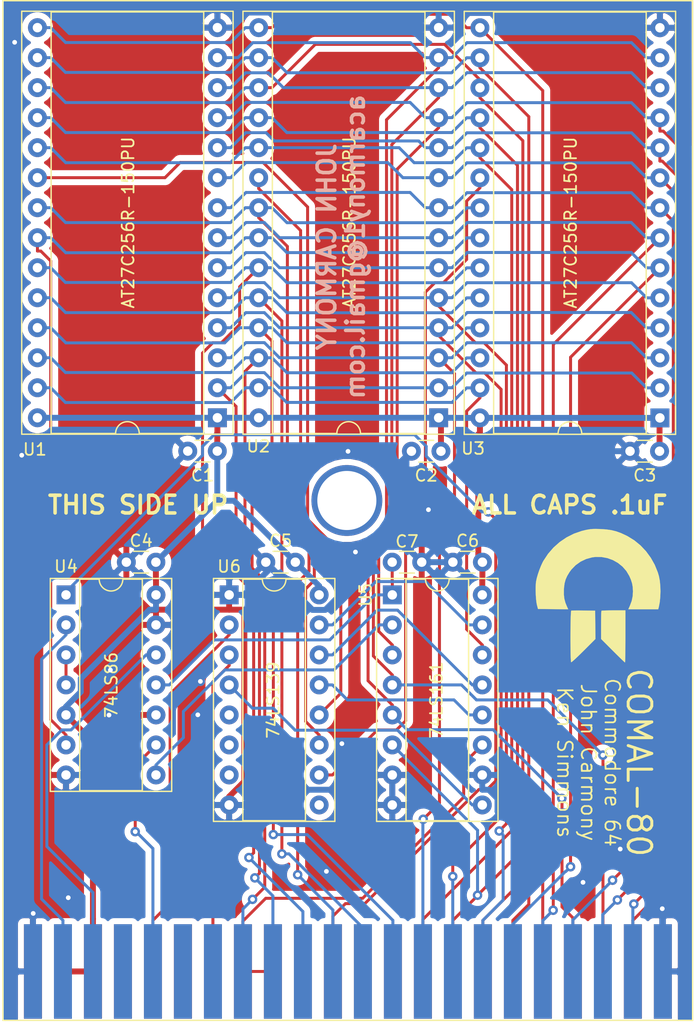
<source format=kicad_pcb>
(kicad_pcb (version 20171130) (host pcbnew "(5.1.6)-1")
  (layers (0 F.Cu signal) (31 B.Cu signal) (34 B.Paste user) (35 F.Paste user) (36 B.SilkS user) (37 F.SilkS user) (38 B.Mask user) (39 F.Mask user) (44 Edge.Cuts user))
  (net 0 "")
  (net 1 GND)
  (net 2 +5V)
  (net 3 /A9)
  (net 4 /A8)
  (net 5 /A5)
  (net 6 /A6)
  (net 7 /A7)
  (net 8 /A0)
  (net 9 /A1)
  (net 10 /A2)
  (net 11 /A3)
  (net 12 /A4)
  (net 13 /PHI2)
  (net 14 /_NMI)
  (net 15 /_RES)
  (net 16 /_ROMH)
  (net 17 /A10)
  (net 18 /A11)
  (net 19 /A12)
  (net 20 /A13)
  (net 21 /A14)
  (net 22 /D0)
  (net 23 /D1)
  (net 24 /D2)
  (net 25 /D3)
  (net 26 /D4)
  (net 27 /D5)
  (net 28 /D6)
  (net 29 /D7)
  (net 30 /_ROML)
  (net 31 /_EXROM)
  (net 32 /_IO1)
  (net 33 /R_W)
  (net 34 /_OE)
  (net 35 /U1_CE)
  (net 36 /U2_CE)
  (net 37 /U3_CE)
  (net 38 /_RES1)
  (net 39 "Net-(U4-Pad3)")
  (net 40 /CLK)
  (net 41 "Net-(U5-Pad15)")
  (net 42 /_DE00)
  (net 43 "Net-(U6-Pad7)")
  (net 44 "Net-(U6-Pad6)")
  (net 45 "Net-(U6-Pad5)")
  (net 46 "Net-(U6-Pad9)")
  (net 47 /Q1)
  (net 48 /Q2)
  (net 49 /BA)
  (net 50 /_DMA)
  (net 51 /_IO2)
  (net 52 /DOT_CLK)
  (net 53 /_IRQ)
  (net 54 "Net-(EDGE1-PadH)")
  (net 55 "Net-(EDGE1-PadF)")
  (module logos:cbm_logo.kicad_530 (layer F.Cu) (at 169.41 99.86 270)
    (fp_text reference G*** hide)
    (fp_text value LOGO hide)
  )
  (module OpenC64Cart16K:C64-Cart (layer F.Cu) (at 119 135.7)
    (fp_text reference EDGE1 hide)
    (fp_text value C64-Exp-Port hide)
    (pad N smd rect (at 30.48 -3.938274) (size 1.524 8) (layers B.Cu B.Paste B.Mask) (net 3 /A9))
    (pad P smd rect (at 33.02 -3.938274) (size 1.524 8) (layers B.Cu B.Paste B.Mask) (net 4 /A8))
    (pad T smd rect (at 40.64 -3.938274) (size 1.524 8) (layers B.Cu B.Paste B.Mask) (net 5 /A5))
    (pad S smd rect (at 38.1 -3.938274) (size 1.524 8) (layers B.Cu B.Paste B.Mask) (net 6 /A6))
    (pad R smd rect (at 35.56 -3.938274) (size 1.524 8) (layers B.Cu B.Paste B.Mask) (net 7 /A7))
    (pad Z smd rect (at 55.88 -3.938274) (size 1.524 8) (layers B.Cu B.Paste B.Mask) (net 1 GND))
    (pad Y smd rect (at 53.34 -3.938274) (size 1.524 8) (layers B.Cu B.Paste B.Mask) (net 8 /A0))
    (pad X smd rect (at 50.8 -3.938274) (size 1.524 8) (layers B.Cu B.Paste B.Mask) (net 9 /A1))
    (pad W smd rect (at 48.26 -3.938274) (size 1.524 8) (layers B.Cu B.Paste B.Mask) (net 10 /A2))
    (pad V smd rect (at 45.72 -3.938274) (size 1.524 8) (layers B.Cu B.Paste B.Mask) (net 11 /A3))
    (pad U smd rect (at 43.18 -3.938274) (size 1.524 8) (layers B.Cu B.Paste B.Mask) (net 12 /A4))
    (pad A smd rect (at 2.54 -3.938274) (size 1.524 8) (layers B.Cu B.Paste B.Mask) (net 1 GND))
    (pad E smd rect (at 12.7 -3.938274) (size 1.524 8) (layers B.Cu B.Paste B.Mask) (net 13 /PHI2))
    (pad D smd rect (at 10.16 -3.938274) (size 1.524 8) (layers B.Cu B.Paste B.Mask) (net 14 /_NMI))
    (pad C smd rect (at 7.62 -3.938274) (size 1.524 8) (layers B.Cu B.Paste B.Mask) (net 15 /_RES))
    (pad B smd rect (at 5.08 -3.938274) (size 1.524 8) (layers B.Cu B.Paste B.Mask) (net 16 /_ROMH))
    (pad M smd rect (at 27.94 -3.938274) (size 1.524 8) (layers B.Cu B.Paste B.Mask) (net 17 /A10))
    (pad L smd rect (at 25.4 -3.938274) (size 1.524 8) (layers B.Cu B.Paste B.Mask) (net 18 /A11))
    (pad K smd rect (at 22.86 -3.938274) (size 1.524 8) (layers B.Cu B.Paste B.Mask) (net 19 /A12))
    (pad J smd rect (at 20.32 -3.938274) (size 1.524 8) (layers B.Cu B.Paste B.Mask) (net 20 /A13))
    (pad H smd rect (at 17.78 -3.938274) (size 1.524 8) (layers B.Cu B.Paste B.Mask) (net 54 "Net-(EDGE1-PadH)"))
    (pad F smd rect (at 15.24 -3.938274) (size 1.524 8) (layers B.Cu B.Paste B.Mask) (net 55 "Net-(EDGE1-PadF)"))
    (pad 22 smd rect (at 55.88 -3.938274 180) (size 1.524 8) (layers F.Cu F.Paste F.Mask) (net 1 GND))
    (pad 21 smd rect (at 53.34 -3.938274 180) (size 1.524 8) (layers F.Cu F.Paste F.Mask) (net 22 /D0))
    (pad 20 smd rect (at 50.8 -3.938274 180) (size 1.524 8) (layers F.Cu F.Paste F.Mask) (net 23 /D1))
    (pad 19 smd rect (at 48.26 -3.938274 180) (size 1.524 8) (layers F.Cu F.Paste F.Mask) (net 24 /D2))
    (pad 18 smd rect (at 45.72 -3.938274 180) (size 1.524 8) (layers F.Cu F.Paste F.Mask) (net 25 /D3))
    (pad 17 smd rect (at 43.18 -3.938274 180) (size 1.524 8) (layers F.Cu F.Paste F.Mask) (net 26 /D4))
    (pad 16 smd rect (at 40.64 -3.938274 180) (size 1.524 8) (layers F.Cu F.Paste F.Mask) (net 27 /D5))
    (pad 15 smd rect (at 38.1 -3.938274 180) (size 1.524 8) (layers F.Cu F.Paste F.Mask) (net 28 /D6))
    (pad 3 smd rect (at 7.62 -3.938274 180) (size 1.524 8) (layers F.Cu F.Paste F.Mask) (net 2 +5V))
    (pad 2 smd rect (at 5.08 -3.938274 180) (size 1.524 8) (layers F.Cu F.Paste F.Mask) (net 2 +5V))
    (pad 12 smd rect (at 30.48 -3.938274 180) (size 1.524 8) (layers F.Cu F.Paste F.Mask) (net 49 /BA))
    (pad 14 smd rect (at 35.56 -3.938274 180) (size 1.524 8) (layers F.Cu F.Paste F.Mask) (net 29 /D7))
    (pad 13 smd rect (at 33.02 -3.938274 180) (size 1.524 8) (layers F.Cu F.Paste F.Mask) (net 50 /_DMA))
    (pad 11 smd rect (at 27.94 -3.938274 180) (size 1.524 8) (layers F.Cu F.Paste F.Mask) (net 30 /_ROML))
    (pad 10 smd rect (at 25.4 -3.938274 180) (size 1.524 8) (layers F.Cu F.Paste F.Mask) (net 51 /_IO2))
    (pad 9 smd rect (at 22.86 -3.938274 180) (size 1.524 8) (layers F.Cu F.Paste F.Mask) (net 31 /_EXROM))
    (pad 8 smd rect (at 20.32 -3.938274 180) (size 1.524 8) (layers F.Cu F.Paste F.Mask) (net 31 /_EXROM))
    (pad 7 smd rect (at 17.78 -3.938274 180) (size 1.524 8) (layers F.Cu F.Paste F.Mask) (net 32 /_IO1))
    (pad 6 smd rect (at 15.24 -3.938274 180) (size 1.524 8) (layers F.Cu F.Paste F.Mask) (net 52 /DOT_CLK))
    (pad 5 smd rect (at 12.7 -3.938274 180) (size 1.524 8) (layers F.Cu F.Paste F.Mask) (net 33 /R_W))
    (pad 4 smd rect (at 10.16 -3.938274 180) (size 1.524 8) (layers F.Cu F.Paste F.Mask) (net 53 /_IRQ))
    (pad 1 smd rect (at 2.54 -3.938274 180) (size 1.524 8) (layers F.Cu F.Paste F.Mask) (net 1 GND))
  )
  (module Capacitor_THT:C_Disc_D3.0mm_W1.6mm_P2.50mm (layer F.Cu) (at 174.6 87.73 180)
    (fp_text reference C3 (at 1.25 -2.05) (layer F.SilkS))
    (fp_text value 0.1uF)
    (pad 2 thru_hole circle (at 2.5 0 180) (size 1.6 1.6) (drill 0.8) (layers *.Cu *.Mask) (net 1 GND))
    (pad 1 thru_hole circle (at 0 0 180) (size 1.6 1.6) (drill 0.8) (layers *.Cu *.Mask) (net 2 +5V))
  )
  (module Capacitor_THT:C_Disc_D3.0mm_W1.6mm_P2.50mm (layer F.Cu) (at 156.09 87.73 180)
    (fp_text reference C2 (at 1.25 -2.05) (layer F.SilkS))
    (fp_text value 0.1uF)
    (pad 2 thru_hole circle (at 2.5 0 180) (size 1.6 1.6) (drill 0.8) (layers *.Cu *.Mask) (net 1 GND))
    (pad 1 thru_hole circle (at 0 0 180) (size 1.6 1.6) (drill 0.8) (layers *.Cu *.Mask) (net 2 +5V))
  )
  (module Capacitor_THT:C_Disc_D3.0mm_W1.6mm_P2.50mm (layer F.Cu) (at 137.15 87.72 180)
    (fp_text reference C1 (at 1.25 -2.05) (layer F.SilkS))
    (fp_text value 0.1uF)
    (pad 2 thru_hole circle (at 2.5 0 180) (size 1.6 1.6) (drill 0.8) (layers *.Cu *.Mask) (net 1 GND))
    (pad 1 thru_hole circle (at 0 0 180) (size 1.6 1.6) (drill 0.8) (layers *.Cu *.Mask) (net 2 +5V))
  )
  (module Capacitor_THT:C_Disc_D3.0mm_W1.6mm_P2.50mm (layer F.Cu) (at 151.96 97.12)
    (fp_text reference C7 (at 1.25 -1.75) (layer F.SilkS))
    (fp_text value 0.1uF)
    (pad 2 thru_hole circle (at 2.5 0) (size 1.6 1.6) (drill 0.8) (layers *.Cu *.Mask) (net 1 GND))
    (pad 1 thru_hole circle (at 0 0) (size 1.6 1.6) (drill 0.8) (layers *.Cu *.Mask) (net 38 /_RES1))
  )
  (module Package_DIP:DIP-28_W15.24mm_Socket (layer F.Cu) (at 174.63 84.91 180)
    (fp_text reference U3 (at 15.82 -2.59) (layer F.SilkS))
    (fp_text value AT27C256R-150PU (at 7.5575 16.525 90) (layer F.SilkS))
    (pad 28 thru_hole oval (at 15.24 0 180) (size 1.6 1.6) (drill 0.8) (layers *.Cu *.Mask) (net 2 +5V))
    (pad 14 thru_hole oval (at 0 33.02 180) (size 1.6 1.6) (drill 0.8) (layers *.Cu *.Mask) (net 1 GND))
    (pad 27 thru_hole oval (at 15.24 2.54 180) (size 1.6 1.6) (drill 0.8) (layers *.Cu *.Mask) (net 21 /A14))
    (pad 13 thru_hole oval (at 0 30.48 180) (size 1.6 1.6) (drill 0.8) (layers *.Cu *.Mask) (net 24 /D2))
    (pad 26 thru_hole oval (at 15.24 5.08 180) (size 1.6 1.6) (drill 0.8) (layers *.Cu *.Mask) (net 20 /A13))
    (pad 12 thru_hole oval (at 0 27.94 180) (size 1.6 1.6) (drill 0.8) (layers *.Cu *.Mask) (net 23 /D1))
    (pad 25 thru_hole oval (at 15.24 7.62 180) (size 1.6 1.6) (drill 0.8) (layers *.Cu *.Mask) (net 4 /A8))
    (pad 11 thru_hole oval (at 0 25.4 180) (size 1.6 1.6) (drill 0.8) (layers *.Cu *.Mask) (net 22 /D0))
    (pad 24 thru_hole oval (at 15.24 10.16 180) (size 1.6 1.6) (drill 0.8) (layers *.Cu *.Mask) (net 3 /A9))
    (pad 10 thru_hole oval (at 0 22.86 180) (size 1.6 1.6) (drill 0.8) (layers *.Cu *.Mask) (net 8 /A0))
    (pad 23 thru_hole oval (at 15.24 12.7 180) (size 1.6 1.6) (drill 0.8) (layers *.Cu *.Mask) (net 18 /A11))
    (pad 9 thru_hole oval (at 0 20.32 180) (size 1.6 1.6) (drill 0.8) (layers *.Cu *.Mask) (net 9 /A1))
    (pad 22 thru_hole oval (at 15.24 15.24 180) (size 1.6 1.6) (drill 0.8) (layers *.Cu *.Mask) (net 34 /_OE))
    (pad 8 thru_hole oval (at 0 17.78 180) (size 1.6 1.6) (drill 0.8) (layers *.Cu *.Mask) (net 10 /A2))
    (pad 21 thru_hole oval (at 15.24 17.78 180) (size 1.6 1.6) (drill 0.8) (layers *.Cu *.Mask) (net 17 /A10))
    (pad 7 thru_hole oval (at 0 15.24 180) (size 1.6 1.6) (drill 0.8) (layers *.Cu *.Mask) (net 11 /A3))
    (pad 20 thru_hole oval (at 15.24 20.32 180) (size 1.6 1.6) (drill 0.8) (layers *.Cu *.Mask) (net 37 /U3_CE))
    (pad 6 thru_hole oval (at 0 12.7 180) (size 1.6 1.6) (drill 0.8) (layers *.Cu *.Mask) (net 12 /A4))
    (pad 19 thru_hole oval (at 15.24 22.86 180) (size 1.6 1.6) (drill 0.8) (layers *.Cu *.Mask) (net 29 /D7))
    (pad 5 thru_hole oval (at 0 10.16 180) (size 1.6 1.6) (drill 0.8) (layers *.Cu *.Mask) (net 5 /A5))
    (pad 18 thru_hole oval (at 15.24 25.4 180) (size 1.6 1.6) (drill 0.8) (layers *.Cu *.Mask) (net 28 /D6))
    (pad 4 thru_hole oval (at 0 7.62 180) (size 1.6 1.6) (drill 0.8) (layers *.Cu *.Mask) (net 6 /A6))
    (pad 17 thru_hole oval (at 15.24 27.94 180) (size 1.6 1.6) (drill 0.8) (layers *.Cu *.Mask) (net 27 /D5))
    (pad 3 thru_hole oval (at 0 5.08 180) (size 1.6 1.6) (drill 0.8) (layers *.Cu *.Mask) (net 7 /A7))
    (pad 16 thru_hole oval (at 15.24 30.48 180) (size 1.6 1.6) (drill 0.8) (layers *.Cu *.Mask) (net 26 /D4))
    (pad 2 thru_hole oval (at 0 2.54 180) (size 1.6 1.6) (drill 0.8) (layers *.Cu *.Mask) (net 19 /A12))
    (pad 15 thru_hole oval (at 15.24 33.02 180) (size 1.6 1.6) (drill 0.8) (layers *.Cu *.Mask) (net 25 /D3))
    (pad 1 thru_hole rect (at 0 0 180) (size 1.6 1.6) (drill 0.8) (layers *.Cu *.Mask) (net 2 +5V))
  )
  (module Package_DIP:DIP-16_W7.62mm_Socket (layer F.Cu) (at 138.155 99.89)
    (fp_text reference U6 (at 0 -2.4) (layer F.SilkS))
    (fp_text value 74LS139 (at 3.7325 8.9 90) (layer F.SilkS))
    (pad 16 thru_hole oval (at 7.62 0) (size 1.6 1.6) (drill 0.8) (layers *.Cu *.Mask) (net 2 +5V))
    (pad 8 thru_hole oval (at 0 17.78) (size 1.6 1.6) (drill 0.8) (layers *.Cu *.Mask) (net 1 GND))
    (pad 15 thru_hole oval (at 7.62 2.54) (size 1.6 1.6) (drill 0.8) (layers *.Cu *.Mask) (net 41 "Net-(U5-Pad15)"))
    (pad 7 thru_hole oval (at 0 15.24) (size 1.6 1.6) (drill 0.8) (layers *.Cu *.Mask) (net 43 "Net-(U6-Pad7)"))
    (pad 14 thru_hole oval (at 7.62 5.08) (size 1.6 1.6) (drill 0.8) (layers *.Cu *.Mask) (net 47 /Q1))
    (pad 6 thru_hole oval (at 0 12.7) (size 1.6 1.6) (drill 0.8) (layers *.Cu *.Mask) (net 44 "Net-(U6-Pad6)"))
    (pad 13 thru_hole oval (at 7.62 7.62) (size 1.6 1.6) (drill 0.8) (layers *.Cu *.Mask) (net 48 /Q2))
    (pad 5 thru_hole oval (at 0 10.16) (size 1.6 1.6) (drill 0.8) (layers *.Cu *.Mask) (net 45 "Net-(U6-Pad5)"))
    (pad 12 thru_hole oval (at 7.62 10.16) (size 1.6 1.6) (drill 0.8) (layers *.Cu *.Mask) (net 35 /U1_CE))
    (pad 4 thru_hole oval (at 0 7.62) (size 1.6 1.6) (drill 0.8) (layers *.Cu *.Mask) (net 42 /_DE00))
    (pad 11 thru_hole oval (at 7.62 12.7) (size 1.6 1.6) (drill 0.8) (layers *.Cu *.Mask) (net 36 /U2_CE))
    (pad 3 thru_hole oval (at 0 5.08) (size 1.6 1.6) (drill 0.8) (layers *.Cu *.Mask) (net 32 /_IO1))
    (pad 10 thru_hole oval (at 7.62 15.24) (size 1.6 1.6) (drill 0.8) (layers *.Cu *.Mask) (net 37 /U3_CE))
    (pad 2 thru_hole oval (at 0 2.54) (size 1.6 1.6) (drill 0.8) (layers *.Cu *.Mask) (net 33 /R_W))
    (pad 9 thru_hole oval (at 7.62 17.78) (size 1.6 1.6) (drill 0.8) (layers *.Cu *.Mask) (net 46 "Net-(U6-Pad9)"))
    (pad 1 thru_hole rect (at 0 0) (size 1.6 1.6) (drill 0.8) (layers *.Cu *.Mask) (net 1 GND))
  )
  (module Package_DIP:DIP-28_W15.24mm_Socket (layer F.Cu) (at 155.895 84.9 180)
    (fp_text reference U2 (at 15.265 -2.41) (layer F.SilkS))
    (fp_text value AT27C256R-150PU (at 7.5575 16.525 90) (layer F.SilkS))
    (pad 28 thru_hole oval (at 15.24 0 180) (size 1.6 1.6) (drill 0.8) (layers *.Cu *.Mask) (net 2 +5V))
    (pad 14 thru_hole oval (at 0 33.02 180) (size 1.6 1.6) (drill 0.8) (layers *.Cu *.Mask) (net 1 GND))
    (pad 27 thru_hole oval (at 15.24 2.54 180) (size 1.6 1.6) (drill 0.8) (layers *.Cu *.Mask) (net 21 /A14))
    (pad 13 thru_hole oval (at 0 30.48 180) (size 1.6 1.6) (drill 0.8) (layers *.Cu *.Mask) (net 24 /D2))
    (pad 26 thru_hole oval (at 15.24 5.08 180) (size 1.6 1.6) (drill 0.8) (layers *.Cu *.Mask) (net 20 /A13))
    (pad 12 thru_hole oval (at 0 27.94 180) (size 1.6 1.6) (drill 0.8) (layers *.Cu *.Mask) (net 23 /D1))
    (pad 25 thru_hole oval (at 15.24 7.62 180) (size 1.6 1.6) (drill 0.8) (layers *.Cu *.Mask) (net 4 /A8))
    (pad 11 thru_hole oval (at 0 25.4 180) (size 1.6 1.6) (drill 0.8) (layers *.Cu *.Mask) (net 22 /D0))
    (pad 24 thru_hole oval (at 15.24 10.16 180) (size 1.6 1.6) (drill 0.8) (layers *.Cu *.Mask) (net 3 /A9))
    (pad 10 thru_hole oval (at 0 22.86 180) (size 1.6 1.6) (drill 0.8) (layers *.Cu *.Mask) (net 8 /A0))
    (pad 23 thru_hole oval (at 15.24 12.7 180) (size 1.6 1.6) (drill 0.8) (layers *.Cu *.Mask) (net 18 /A11))
    (pad 9 thru_hole oval (at 0 20.32 180) (size 1.6 1.6) (drill 0.8) (layers *.Cu *.Mask) (net 9 /A1))
    (pad 22 thru_hole oval (at 15.24 15.24 180) (size 1.6 1.6) (drill 0.8) (layers *.Cu *.Mask) (net 34 /_OE))
    (pad 8 thru_hole oval (at 0 17.78 180) (size 1.6 1.6) (drill 0.8) (layers *.Cu *.Mask) (net 10 /A2))
    (pad 21 thru_hole oval (at 15.24 17.78 180) (size 1.6 1.6) (drill 0.8) (layers *.Cu *.Mask) (net 17 /A10))
    (pad 7 thru_hole oval (at 0 15.24 180) (size 1.6 1.6) (drill 0.8) (layers *.Cu *.Mask) (net 11 /A3))
    (pad 20 thru_hole oval (at 15.24 20.32 180) (size 1.6 1.6) (drill 0.8) (layers *.Cu *.Mask) (net 36 /U2_CE))
    (pad 6 thru_hole oval (at 0 12.7 180) (size 1.6 1.6) (drill 0.8) (layers *.Cu *.Mask) (net 12 /A4))
    (pad 19 thru_hole oval (at 15.24 22.86 180) (size 1.6 1.6) (drill 0.8) (layers *.Cu *.Mask) (net 29 /D7))
    (pad 5 thru_hole oval (at 0 10.16 180) (size 1.6 1.6) (drill 0.8) (layers *.Cu *.Mask) (net 5 /A5))
    (pad 18 thru_hole oval (at 15.24 25.4 180) (size 1.6 1.6) (drill 0.8) (layers *.Cu *.Mask) (net 28 /D6))
    (pad 4 thru_hole oval (at 0 7.62 180) (size 1.6 1.6) (drill 0.8) (layers *.Cu *.Mask) (net 6 /A6))
    (pad 17 thru_hole oval (at 15.24 27.94 180) (size 1.6 1.6) (drill 0.8) (layers *.Cu *.Mask) (net 27 /D5))
    (pad 3 thru_hole oval (at 0 5.08 180) (size 1.6 1.6) (drill 0.8) (layers *.Cu *.Mask) (net 7 /A7))
    (pad 16 thru_hole oval (at 15.24 30.48 180) (size 1.6 1.6) (drill 0.8) (layers *.Cu *.Mask) (net 26 /D4))
    (pad 2 thru_hole oval (at 0 2.54 180) (size 1.6 1.6) (drill 0.8) (layers *.Cu *.Mask) (net 19 /A12))
    (pad 15 thru_hole oval (at 15.24 33.02 180) (size 1.6 1.6) (drill 0.8) (layers *.Cu *.Mask) (net 25 /D3))
    (pad 1 thru_hole rect (at 0 0 180) (size 1.6 1.6) (drill 0.8) (layers *.Cu *.Mask) (net 2 +5V))
  )
  (module Package_DIP:DIP-16_W7.62mm_Socket (layer F.Cu) (at 151.97 99.89)
    (fp_text reference U5 (at -2.26 0 90) (layer F.SilkS))
    (fp_text value 74LS161 (at 3.7325 8.9 90) (layer F.SilkS))
    (pad 16 thru_hole oval (at 7.62 0) (size 1.6 1.6) (drill 0.8) (layers *.Cu *.Mask) (net 2 +5V))
    (pad 8 thru_hole oval (at 0 17.78) (size 1.6 1.6) (drill 0.8) (layers *.Cu *.Mask) (net 1 GND))
    (pad 15 thru_hole oval (at 7.62 2.54) (size 1.6 1.6) (drill 0.8) (layers *.Cu *.Mask) (net 41 "Net-(U5-Pad15)"))
    (pad 7 thru_hole oval (at 0 15.24) (size 1.6 1.6) (drill 0.8) (layers *.Cu *.Mask) (net 1 GND))
    (pad 14 thru_hole oval (at 7.62 5.08) (size 1.6 1.6) (drill 0.8) (layers *.Cu *.Mask) (net 21 /A14))
    (pad 6 thru_hole oval (at 0 12.7) (size 1.6 1.6) (drill 0.8) (layers *.Cu *.Mask) (net 28 /D6))
    (pad 13 thru_hole oval (at 7.62 7.62) (size 1.6 1.6) (drill 0.8) (layers *.Cu *.Mask) (net 47 /Q1))
    (pad 5 thru_hole oval (at 0 10.16) (size 1.6 1.6) (drill 0.8) (layers *.Cu *.Mask) (net 24 /D2))
    (pad 12 thru_hole oval (at 7.62 10.16) (size 1.6 1.6) (drill 0.8) (layers *.Cu *.Mask) (net 48 /Q2))
    (pad 4 thru_hole oval (at 0 7.62) (size 1.6 1.6) (drill 0.8) (layers *.Cu *.Mask) (net 23 /D1))
    (pad 11 thru_hole oval (at 7.62 12.7) (size 1.6 1.6) (drill 0.8) (layers *.Cu *.Mask) (net 31 /_EXROM))
    (pad 3 thru_hole oval (at 0 5.08) (size 1.6 1.6) (drill 0.8) (layers *.Cu *.Mask) (net 22 /D0))
    (pad 10 thru_hole oval (at 7.62 15.24) (size 1.6 1.6) (drill 0.8) (layers *.Cu *.Mask) (net 1 GND))
    (pad 2 thru_hole oval (at 0 2.54) (size 1.6 1.6) (drill 0.8) (layers *.Cu *.Mask) (net 40 /CLK))
    (pad 9 thru_hole oval (at 7.62 17.78) (size 1.6 1.6) (drill 0.8) (layers *.Cu *.Mask) (net 42 /_DE00))
    (pad 1 thru_hole rect (at 0 0) (size 1.6 1.6) (drill 0.8) (layers *.Cu *.Mask) (net 38 /_RES1))
  )
  (module Package_DIP:DIP-14_W7.62mm_Socket (layer F.Cu) (at 124.34 99.89)
    (fp_text reference U4 (at 0 -2.4) (layer F.SilkS))
    (fp_text value 74LS86 (at 3.84 7.625001 90) (layer F.SilkS))
    (pad 14 thru_hole oval (at 7.62 0) (size 1.6 1.6) (drill 0.8) (layers *.Cu *.Mask) (net 2 +5V))
    (pad 7 thru_hole oval (at 0 15.24) (size 1.6 1.6) (drill 0.8) (layers *.Cu *.Mask) (net 1 GND))
    (pad 13 thru_hole oval (at 7.62 2.54) (size 1.6 1.6) (drill 0.8) (layers *.Cu *.Mask) (net 1 GND))
    (pad 6 thru_hole oval (at 0 12.7) (size 1.6 1.6) (drill 0.8) (layers *.Cu *.Mask) (net 34 /_OE))
    (pad 12 thru_hole oval (at 7.62 5.08) (size 1.6 1.6) (drill 0.8) (layers *.Cu *.Mask) (net 15 /_RES))
    (pad 5 thru_hole oval (at 0 10.16) (size 1.6 1.6) (drill 0.8) (layers *.Cu *.Mask) (net 2 +5V))
    (pad 11 thru_hole oval (at 7.62 7.62) (size 1.6 1.6) (drill 0.8) (layers *.Cu *.Mask) (net 38 /_RES1))
    (pad 4 thru_hole oval (at 0 7.62) (size 1.6 1.6) (drill 0.8) (layers *.Cu *.Mask) (net 39 "Net-(U4-Pad3)"))
    (pad 10 thru_hole oval (at 7.62 10.16) (size 1.6 1.6) (drill 0.8) (layers *.Cu *.Mask) (net 2 +5V))
    (pad 3 thru_hole oval (at 0 5.08) (size 1.6 1.6) (drill 0.8) (layers *.Cu *.Mask) (net 39 "Net-(U4-Pad3)"))
    (pad 9 thru_hole oval (at 7.62 12.7) (size 1.6 1.6) (drill 0.8) (layers *.Cu *.Mask) (net 13 /PHI2))
    (pad 2 thru_hole oval (at 0 2.54) (size 1.6 1.6) (drill 0.8) (layers *.Cu *.Mask) (net 16 /_ROMH))
    (pad 8 thru_hole oval (at 7.62 15.24) (size 1.6 1.6) (drill 0.8) (layers *.Cu *.Mask) (net 40 /CLK))
    (pad 1 thru_hole rect (at 0 0) (size 1.6 1.6) (drill 0.8) (layers *.Cu *.Mask) (net 30 /_ROML))
  )
  (module Package_DIP:DIP-28_W15.24mm_Socket (layer F.Cu) (at 137.16 84.9 180)
    (fp_text reference U1 (at 15.46 -2.68) (layer F.SilkS))
    (fp_text value AT27C256R-150PU (at 7.5575 16.525 90) (layer F.SilkS))
    (pad 28 thru_hole oval (at 15.24 0 180) (size 1.6 1.6) (drill 0.8) (layers *.Cu *.Mask) (net 2 +5V))
    (pad 14 thru_hole oval (at 0 33.02 180) (size 1.6 1.6) (drill 0.8) (layers *.Cu *.Mask) (net 1 GND))
    (pad 27 thru_hole oval (at 15.24 2.54 180) (size 1.6 1.6) (drill 0.8) (layers *.Cu *.Mask) (net 21 /A14))
    (pad 13 thru_hole oval (at 0 30.48 180) (size 1.6 1.6) (drill 0.8) (layers *.Cu *.Mask) (net 24 /D2))
    (pad 26 thru_hole oval (at 15.24 5.08 180) (size 1.6 1.6) (drill 0.8) (layers *.Cu *.Mask) (net 20 /A13))
    (pad 12 thru_hole oval (at 0 27.94 180) (size 1.6 1.6) (drill 0.8) (layers *.Cu *.Mask) (net 23 /D1))
    (pad 25 thru_hole oval (at 15.24 7.62 180) (size 1.6 1.6) (drill 0.8) (layers *.Cu *.Mask) (net 4 /A8))
    (pad 11 thru_hole oval (at 0 25.4 180) (size 1.6 1.6) (drill 0.8) (layers *.Cu *.Mask) (net 22 /D0))
    (pad 24 thru_hole oval (at 15.24 10.16 180) (size 1.6 1.6) (drill 0.8) (layers *.Cu *.Mask) (net 3 /A9))
    (pad 10 thru_hole oval (at 0 22.86 180) (size 1.6 1.6) (drill 0.8) (layers *.Cu *.Mask) (net 8 /A0))
    (pad 23 thru_hole oval (at 15.24 12.7 180) (size 1.6 1.6) (drill 0.8) (layers *.Cu *.Mask) (net 18 /A11))
    (pad 9 thru_hole oval (at 0 20.32 180) (size 1.6 1.6) (drill 0.8) (layers *.Cu *.Mask) (net 9 /A1))
    (pad 22 thru_hole oval (at 15.24 15.24 180) (size 1.6 1.6) (drill 0.8) (layers *.Cu *.Mask) (net 34 /_OE))
    (pad 8 thru_hole oval (at 0 17.78 180) (size 1.6 1.6) (drill 0.8) (layers *.Cu *.Mask) (net 10 /A2))
    (pad 21 thru_hole oval (at 15.24 17.78 180) (size 1.6 1.6) (drill 0.8) (layers *.Cu *.Mask) (net 17 /A10))
    (pad 7 thru_hole oval (at 0 15.24 180) (size 1.6 1.6) (drill 0.8) (layers *.Cu *.Mask) (net 11 /A3))
    (pad 20 thru_hole oval (at 15.24 20.32 180) (size 1.6 1.6) (drill 0.8) (layers *.Cu *.Mask) (net 35 /U1_CE))
    (pad 6 thru_hole oval (at 0 12.7 180) (size 1.6 1.6) (drill 0.8) (layers *.Cu *.Mask) (net 12 /A4))
    (pad 19 thru_hole oval (at 15.24 22.86 180) (size 1.6 1.6) (drill 0.8) (layers *.Cu *.Mask) (net 29 /D7))
    (pad 5 thru_hole oval (at 0 10.16 180) (size 1.6 1.6) (drill 0.8) (layers *.Cu *.Mask) (net 5 /A5))
    (pad 18 thru_hole oval (at 15.24 25.4 180) (size 1.6 1.6) (drill 0.8) (layers *.Cu *.Mask) (net 28 /D6))
    (pad 4 thru_hole oval (at 0 7.62 180) (size 1.6 1.6) (drill 0.8) (layers *.Cu *.Mask) (net 6 /A6))
    (pad 17 thru_hole oval (at 15.24 27.94 180) (size 1.6 1.6) (drill 0.8) (layers *.Cu *.Mask) (net 27 /D5))
    (pad 3 thru_hole oval (at 0 5.08 180) (size 1.6 1.6) (drill 0.8) (layers *.Cu *.Mask) (net 7 /A7))
    (pad 16 thru_hole oval (at 15.24 30.48 180) (size 1.6 1.6) (drill 0.8) (layers *.Cu *.Mask) (net 26 /D4))
    (pad 2 thru_hole oval (at 0 2.54 180) (size 1.6 1.6) (drill 0.8) (layers *.Cu *.Mask) (net 19 /A12))
    (pad 15 thru_hole oval (at 15.24 33.02 180) (size 1.6 1.6) (drill 0.8) (layers *.Cu *.Mask) (net 25 /D3))
    (pad 1 thru_hole rect (at 0 0 180) (size 1.6 1.6) (drill 0.8) (layers *.Cu *.Mask) (net 2 +5V))
  )
  (module MountingHole:MountingHole_5mm_Pad (layer F.Cu) (at 148.122 91.9)
    (fp_text reference H1)
    (fp_text value Peg_Hole)
    (pad 1 thru_hole circle (at 0 0) (size 6 6) (drill 5) (layers *.Cu *.Mask))
  )
  (module Capacitor_THT:C_Disc_D3.0mm_W1.6mm_P2.50mm (layer F.Cu) (at 159.6 97.12 180)
    (fp_text reference C6 (at 1.25 1.81) (layer F.SilkS))
    (fp_text value 0.1uF)
    (pad 2 thru_hole circle (at 2.5 0 180) (size 1.6 1.6) (drill 0.8) (layers *.Cu *.Mask) (net 1 GND))
    (pad 1 thru_hole circle (at 0 0 180) (size 1.6 1.6) (drill 0.8) (layers *.Cu *.Mask) (net 2 +5V))
  )
  (module Capacitor_THT:C_Disc_D3.0mm_W1.6mm_P2.50mm (layer F.Cu) (at 143.76 97.12 180)
    (fp_text reference C5 (at 1.25 1.81) (layer F.SilkS))
    (fp_text value 0.1uF)
    (pad 2 thru_hole circle (at 2.5 0 180) (size 1.6 1.6) (drill 0.8) (layers *.Cu *.Mask) (net 1 GND))
    (pad 1 thru_hole circle (at 0 0 180) (size 1.6 1.6) (drill 0.8) (layers *.Cu *.Mask) (net 2 +5V))
  )
  (module Capacitor_THT:C_Disc_D3.0mm_W1.6mm_P2.50mm (layer F.Cu) (at 131.95 97.12 180)
    (fp_text reference C4 (at 1.25 1.81) (layer F.SilkS))
    (fp_text value 0.1uF)
    (pad 2 thru_hole circle (at 2.5 0 180) (size 1.6 1.6) (drill 0.8) (layers *.Cu *.Mask) (net 1 GND))
    (pad 1 thru_hole circle (at 0 0 180) (size 1.6 1.6) (drill 0.8) (layers *.Cu *.Mask) (net 2 +5V))
  )
  (gr_line (start 177.4 49.6) (end 119 49.6) (layer F.SilkS) (width 0.12))
  (gr_line (start 177.4 135.9) (end 177.4 49.6) (layer F.SilkS) (width 0.12))
  (gr_text COMAL-80 (at 172.855588 114.07 270) (layer F.SilkS) (effects (font (size 2 2) (thickness 0.25))))
  (gr_text "Commodore 64\nJohn Carmony\nKen Simmons" (at 168.58 114.07 270) (layer F.SilkS) (effects (font (size 1.25 1.25))))
  (gr_text "ALL CAPS .1uF" (at 166.99 92.275) (layer F.SilkS) (effects (font (size 1.5 1.5) (thickness 0.3))))
  (gr_text "THIS SIDE UP" (at 130.45 92.275) (layer F.SilkS) (effects (font (size 1.5 1.5) (thickness 0.3))))
  (gr_text "JOHN CARMONY\nacarmony1@gmail.com" (at 147.63 70.43 90) (layer B.SilkS) (effects (font (size 1.5 1.5) (thickness 0.3)) (justify mirror)))
  (gr_line (start 119 135.9) (end 119 49.6) (layer F.SilkS) (width 0.12))
  (gr_line (start 177.4 135.9) (end 119 135.9) (layer F.SilkS) (width 0.12))
  (segment (start 155.895 51.88) (end 154.6447 51.88) (width 0.5) (layer B.Cu) (net 1))
  (segment (start 137.16 51.88) (end 138.4103 51.88) (width 0.5) (layer B.Cu) (net 1))
  (segment (start 138.4103 51.88) (end 139.6895 50.6008) (width 0.5) (layer B.Cu) (net 1))
  (segment (start 139.6895 50.6008) (end 153.3655 50.6008) (width 0.5) (layer B.Cu) (net 1))
  (segment (start 153.3655 50.6008) (end 154.6447 51.88) (width 0.5) (layer B.Cu) (net 1))
  (segment (start 153.1672 95.8272) (end 154.46 97.12) (width 0.5) (layer B.Cu) (net 1))
  (segment (start 141.6746 97.6207) (end 145.2139 101.16) (width 0.5) (layer B.Cu) (net 1))
  (segment (start 145.2139 101.16) (end 146.2881 101.16) (width 0.5) (layer B.Cu) (net 1))
  (segment (start 146.2881 101.16) (end 149.0321 98.416) (width 0.5) (layer B.Cu) (net 1))
  (segment (start 149.0321 98.416) (end 149.0321 98.2483) (width 0.5) (layer B.Cu) (net 1))
  (segment (start 149.0321 98.2483) (end 151.4532 95.8272) (width 0.5) (layer B.Cu) (net 1))
  (segment (start 151.4532 95.8272) (end 153.1672 95.8272) (width 0.5) (layer B.Cu) (net 1))
  (segment (start 153.1672 95.8272) (end 153.1672 88.1528) (width 0.5) (layer B.Cu) (net 1))
  (segment (start 153.1672 88.1528) (end 153.59 87.73) (width 0.5) (layer B.Cu) (net 1))
  (segment (start 141.26 97.12) (end 141.26 97.2061) (width 0.5) (layer B.Cu) (net 1))
  (segment (start 141.26 97.2061) (end 141.6746 97.6207) (width 0.5) (layer B.Cu) (net 1))
  (segment (start 139.4053 99.89) (end 141.6746 97.6207) (width 0.5) (layer B.Cu) (net 1))
  (segment (start 138.155 99.89) (end 139.4053 99.89) (width 0.5) (layer B.Cu) (net 1))
  (segment (start 151.97 115.13) (end 151.97 117.67) (width 0.5) (layer F.Cu) (net 1))
  (segment (start 155.895 51.88) (end 157.1453 51.88) (width 0.5) (layer B.Cu) (net 1))
  (segment (start 157.1453 51.88) (end 158.3857 50.6396) (width 0.5) (layer B.Cu) (net 1))
  (segment (start 158.3857 50.6396) (end 172.1293 50.6396) (width 0.5) (layer B.Cu) (net 1))
  (segment (start 172.1293 50.6396) (end 173.3797 51.89) (width 0.5) (layer B.Cu) (net 1))
  (segment (start 174.63 51.89) (end 173.3797 51.89) (width 0.5) (layer B.Cu) (net 1))
  (segment (start 136.9047 117.67) (end 128.1303 117.67) (width 0.5) (layer B.Cu) (net 1))
  (segment (start 128.1303 117.67) (end 125.5903 115.13) (width 0.5) (layer B.Cu) (net 1))
  (segment (start 157.1 97.12) (end 166.49 87.73) (width 0.5) (layer B.Cu) (net 1))
  (segment (start 166.49 87.73) (end 172.1 87.73) (width 0.5) (layer B.Cu) (net 1))
  (segment (start 157.1 97.12) (end 154.46 97.12) (width 0.5) (layer B.Cu) (net 1))
  (segment (start 160.8796 118.216) (end 160.8796 117.126) (width 0.5) (layer B.Cu) (net 1))
  (segment (start 160.8796 117.126) (end 160.1339 116.3803) (width 0.5) (layer B.Cu) (net 1))
  (segment (start 160.1339 116.3803) (end 159.59 116.3803) (width 0.5) (layer B.Cu) (net 1))
  (segment (start 159.59 115.13) (end 159.59 116.3803) (width 0.5) (layer B.Cu) (net 1))
  (segment (start 131.96 101.1879) (end 132.0076 101.1403) (width 0.5) (layer F.Cu) (net 1))
  (segment (start 132.0076 101.1403) (end 138.155 101.1403) (width 0.5) (layer F.Cu) (net 1))
  (segment (start 129.45 97.12) (end 129.45 99.2136) (width 0.5) (layer F.Cu) (net 1))
  (segment (start 129.45 99.2136) (end 131.4243 101.1879) (width 0.5) (layer F.Cu) (net 1))
  (segment (start 131.4243 101.1879) (end 131.96 101.1879) (width 0.5) (layer F.Cu) (net 1))
  (segment (start 131.96 102.43) (end 131.96 101.1879) (width 0.5) (layer F.Cu) (net 1))
  (segment (start 129.45 97.12) (end 129.45 92.92) (width 0.5) (layer F.Cu) (net 1))
  (segment (start 129.45 92.92) (end 134.65 87.72) (width 0.5) (layer F.Cu) (net 1))
  (segment (start 138.155 117.67) (end 136.9047 117.67) (width 0.5) (layer B.Cu) (net 1))
  (segment (start 124.34 115.13) (end 125.5903 115.13) (width 0.5) (layer B.Cu) (net 1))
  (segment (start 138.155 99.89) (end 138.155 101.1403) (width 0.5) (layer F.Cu) (net 1))
  (segment (start 138.155 117.67) (end 139.4053 117.67) (width 0.5) (layer B.Cu) (net 1))
  (segment (start 151.97 115.13) (end 150.7197 115.13) (width 0.5) (layer B.Cu) (net 1))
  (segment (start 150.7197 115.13) (end 149.4694 116.3803) (width 0.5) (layer B.Cu) (net 1))
  (segment (start 149.4694 116.3803) (end 140.695 116.3803) (width 0.5) (layer B.Cu) (net 1))
  (segment (start 140.695 116.3803) (end 139.4053 117.67) (width 0.5) (layer B.Cu) (net 1))
  (via (at 174.83 126.45) (size 0.8) (drill 0.4) (layers F.Cu B.Cu) (net 1))
  (segment (start 174.88 131.7617) (end 174.83 131.7117) (width 0.5) (layer B.Cu) (net 1))
  (segment (start 174.88 131.7617) (end 174.83 131.7117) (width 0.5) (layer F.Cu) (net 1))
  (segment (start 174.83 131.7117) (end 174.83 126.45) (width 0.5) (layer F.Cu) (net 1))
  (segment (start 174.83 131.7117) (end 174.83 126.45) (width 0.5) (layer B.Cu) (net 1))
  (segment (start 174.430001 126.050001) (end 174.83 126.45) (width 0.5) (layer B.Cu) (net 1))
  (segment (start 160.8796 118.216) (end 166.596 118.216) (width 0.5) (layer B.Cu) (net 1))
  (segment (start 166.596 118.216) (end 174.430001 126.050001) (width 0.5) (layer B.Cu) (net 1))
  (via (at 135.5 110.04) (size 0.8) (drill 0.4) (layers F.Cu B.Cu) (net 1))
  (via (at 135.72 107.21) (size 0.8) (drill 0.4) (layers F.Cu B.Cu) (net 1))
  (via (at 127.98 110.06) (size 0.8) (drill 0.4) (layers F.Cu B.Cu) (net 1))
  (via (at 128.1 106.25) (size 0.8) (drill 0.4) (layers F.Cu B.Cu) (net 1))
  (via (at 146.39 123.29) (size 0.8) (drill 0.4) (layers F.Cu B.Cu) (net 1))
  (via (at 124.53 125.52) (size 0.8) (drill 0.4) (layers F.Cu B.Cu) (net 1))
  (segment (start 122.6425 118.0778) (end 124.34 116.3803) (width 0.5) (layer F.Cu) (net 1))
  (segment (start 124.34 116.3803) (end 124.34 115.13) (width 0.5) (layer F.Cu) (net 1))
  (segment (start 121.561665 126.848335) (end 121.48 126.81) (width 0.5) (layer F.Cu) (net 1))
  (via (at 121.561665 126.848335) (size 0.8) (drill 0.4) (layers F.Cu B.Cu) (net 1))
  (segment (start 139.4446 101.2746) (end 139.3103 101.1403) (width 0.5) (layer F.Cu) (net 1))
  (segment (start 139.4446 115.674) (end 139.4446 101.2746) (width 0.5) (layer F.Cu) (net 1))
  (segment (start 139.3103 101.1403) (end 138.155 101.1403) (width 0.5) (layer F.Cu) (net 1))
  (segment (start 138.155 117.67) (end 138.155 116.9636) (width 0.5) (layer F.Cu) (net 1))
  (segment (start 138.155 116.9636) (end 139.4446 115.674) (width 0.5) (layer F.Cu) (net 1))
  (via (at 168.12 124.22) (size 0.8) (drill 0.4) (layers F.Cu B.Cu) (net 1))
  (via (at 171.27 121.4) (size 0.8) (drill 0.4) (layers F.Cu B.Cu) (net 1))
  (via (at 148.22 87.74) (size 0.8) (drill 0.4) (layers F.Cu B.Cu) (net 1))
  (via (at 148.85 96.26) (size 0.8) (drill 0.4) (layers F.Cu B.Cu) (net 1))
  (via (at 147.7 112.48) (size 0.8) (drill 0.4) (layers F.Cu B.Cu) (net 1))
  (segment (start 154.46 97.12) (end 154.46 99.02) (width 0.5) (layer F.Cu) (net 1))
  (via (at 155.03 92.68) (size 0.8) (drill 0.4) (layers F.Cu B.Cu) (net 1))
  (segment (start 154.46 93.25) (end 155.03 92.68) (width 0.5) (layer F.Cu) (net 1))
  (segment (start 154.46 97.12) (end 154.46 93.25) (width 0.5) (layer F.Cu) (net 1))
  (via (at 119.99 53.12) (size 0.8) (drill 0.4) (layers F.Cu B.Cu) (net 1))
  (via (at 120.59 88.07) (size 0.8) (drill 0.4) (layers F.Cu B.Cu) (net 1))
  (segment (start 159.39 86.1603) (end 159.2542 86.2961) (width 0.5) (layer F.Cu) (net 2))
  (segment (start 159.2542 86.2961) (end 159.2542 96.7742) (width 0.5) (layer F.Cu) (net 2))
  (segment (start 159.2542 96.7742) (end 159.6 97.12) (width 0.5) (layer F.Cu) (net 2))
  (segment (start 126.62 112.33) (end 126.62 127.3114) (width 0.5) (layer F.Cu) (net 2))
  (segment (start 137.15 91.92) (end 138.56 91.92) (width 0.5) (layer B.Cu) (net 2))
  (segment (start 138.56 91.92) (end 143.76 97.12) (width 0.5) (layer B.Cu) (net 2))
  (segment (start 131.96 99.89) (end 131.96 98.6397) (width 0.5) (layer F.Cu) (net 2))
  (segment (start 131.96 98.6397) (end 131.95 98.6297) (width 0.5) (layer F.Cu) (net 2))
  (segment (start 131.95 98.6297) (end 131.95 97.12) (width 0.5) (layer F.Cu) (net 2))
  (segment (start 155.895 84.9) (end 157.1453 84.9) (width 0.5) (layer B.Cu) (net 2))
  (segment (start 157.1453 84.9) (end 157.1553 84.91) (width 0.5) (layer B.Cu) (net 2))
  (segment (start 157.1553 84.91) (end 158.1397 84.91) (width 0.5) (layer B.Cu) (net 2))
  (segment (start 140.655 84.9) (end 155.895 84.9) (width 0.5) (layer B.Cu) (net 2))
  (segment (start 159.39 84.91) (end 158.1397 84.91) (width 0.5) (layer B.Cu) (net 2))
  (segment (start 124.08 131.7617) (end 126.62 131.7617) (width 0.5) (layer F.Cu) (net 2))
  (segment (start 126.62 131.7617) (end 126.62 127.3114) (width 0.5) (layer F.Cu) (net 2))
  (segment (start 137.15 91.92) (end 137.15 87.72) (width 0.5) (layer B.Cu) (net 2))
  (segment (start 131.95 97.12) (end 137.15 91.92) (width 0.5) (layer B.Cu) (net 2))
  (segment (start 159.39 84.91) (end 159.39 86.1603) (width 0.5) (layer F.Cu) (net 2))
  (segment (start 137.16 84.9) (end 123.1703 84.9) (width 0.5) (layer B.Cu) (net 2))
  (segment (start 140.655 84.9) (end 137.16 84.9) (width 0.5) (layer B.Cu) (net 2))
  (segment (start 121.92 84.9) (end 123.1703 84.9) (width 0.5) (layer B.Cu) (net 2))
  (segment (start 159.39 84.91) (end 174.63 84.91) (width 0.5) (layer B.Cu) (net 2))
  (segment (start 159.59 98.6397) (end 159.6 98.6297) (width 0.5) (layer F.Cu) (net 2))
  (segment (start 159.6 98.6297) (end 159.6 97.12) (width 0.5) (layer F.Cu) (net 2))
  (segment (start 137.16 84.9) (end 137.16 86.1503) (width 0.5) (layer F.Cu) (net 2))
  (segment (start 137.16 86.1503) (end 137.15 86.1603) (width 0.5) (layer F.Cu) (net 2))
  (segment (start 137.15 86.1603) (end 137.15 87.72) (width 0.5) (layer F.Cu) (net 2))
  (segment (start 159.59 99.89) (end 159.59 98.6397) (width 0.5) (layer F.Cu) (net 2))
  (segment (start 131.96 101.1403) (end 131.96 99.89) (width 0.5) (layer B.Cu) (net 2))
  (segment (start 124.34 109.3468) (end 125.5903 108.0965) (width 0.5) (layer B.Cu) (net 2))
  (segment (start 124.34 110.05) (end 124.34 109.3468) (width 0.5) (layer B.Cu) (net 2))
  (segment (start 131.4161 101.1403) (end 131.96 101.1403) (width 0.5) (layer B.Cu) (net 2))
  (segment (start 125.5903 108.0965) (end 125.5903 106.9661) (width 0.5) (layer B.Cu) (net 2))
  (segment (start 125.5903 106.9661) (end 131.4161 101.1403) (width 0.5) (layer B.Cu) (net 2))
  (segment (start 124.34 110.05) (end 126.62 112.33) (width 0.5) (layer F.Cu) (net 2))
  (segment (start 156.09 85.095) (end 156.09 87.73) (width 0.5) (layer F.Cu) (net 2))
  (segment (start 155.895 84.9) (end 156.09 85.095) (width 0.5) (layer F.Cu) (net 2))
  (segment (start 174.6 84.94) (end 174.6 87.73) (width 0.5) (layer F.Cu) (net 2))
  (segment (start 174.63 84.91) (end 174.6 84.94) (width 0.5) (layer F.Cu) (net 2))
  (segment (start 145.775 99.135) (end 143.76 97.12) (width 0.5) (layer B.Cu) (net 2))
  (segment (start 145.775 99.89) (end 145.775 99.135) (width 0.5) (layer B.Cu) (net 2))
  (segment (start 128.4297 112.33) (end 126.62 112.33) (width 0.5) (layer F.Cu) (net 2))
  (segment (start 131.96 110.05) (end 130.7097 110.05) (width 0.5) (layer F.Cu) (net 2))
  (segment (start 130.7097 110.05) (end 128.4297 112.33) (width 0.5) (layer F.Cu) (net 2))
  (segment (start 139.5297 74.74) (end 140.655 74.74) (width 0.25) (layer B.Cu) (net 3))
  (segment (start 138.2697 76) (end 139.5297 74.74) (width 0.25) (layer B.Cu) (net 3))
  (segment (start 124.3053 76) (end 138.2697 76) (width 0.25) (layer B.Cu) (net 3))
  (segment (start 121.92 74.74) (end 123.0453 74.74) (width 0.25) (layer B.Cu) (net 3))
  (segment (start 123.0453 74.74) (end 124.3053 76) (width 0.25) (layer B.Cu) (net 3))
  (segment (start 141.7803 74.74) (end 140.655 74.74) (width 0.25) (layer B.Cu) (net 3))
  (segment (start 143.0503 76.01) (end 141.7803 74.74) (width 0.25) (layer B.Cu) (net 3))
  (segment (start 159.39 74.75) (end 158.2647 74.75) (width 0.25) (layer B.Cu) (net 3))
  (segment (start 157.0047 76.01) (end 143.0503 76.01) (width 0.25) (layer B.Cu) (net 3))
  (segment (start 158.2647 74.75) (end 157.0047 76.01) (width 0.25) (layer B.Cu) (net 3))
  (segment (start 143.225685 121.81) (end 142.62 121.81) (width 0.25) (layer B.Cu) (net 3))
  (via (at 142.62 121.81) (size 0.8) (drill 0.4) (layers F.Cu B.Cu) (net 3))
  (segment (start 140.655 74.74) (end 142.62 76.705) (width 0.25) (layer F.Cu) (net 3))
  (segment (start 149.48 131.7617) (end 149.48 128.064315) (width 0.25) (layer B.Cu) (net 3))
  (segment (start 149.48 128.064315) (end 143.225685 121.81) (width 0.25) (layer B.Cu) (net 3))
  (segment (start 142.62 76.705) (end 142.62 121.81) (width 0.25) (layer F.Cu) (net 3))
  (segment (start 141.7803 77.28) (end 140.655 77.28) (width 0.25) (layer B.Cu) (net 4))
  (segment (start 143.0503 78.55) (end 141.7803 77.28) (width 0.25) (layer B.Cu) (net 4))
  (segment (start 157.0047 78.55) (end 143.0503 78.55) (width 0.25) (layer B.Cu) (net 4))
  (segment (start 159.39 77.29) (end 158.2647 77.29) (width 0.25) (layer B.Cu) (net 4))
  (segment (start 158.2647 77.29) (end 157.0047 78.55) (width 0.25) (layer B.Cu) (net 4))
  (segment (start 139.0541 77.28) (end 140.655 77.28) (width 0.25) (layer B.Cu) (net 4))
  (segment (start 137.7741 78.56) (end 139.0541 77.28) (width 0.25) (layer B.Cu) (net 4))
  (segment (start 121.92 77.28) (end 123.0453 77.28) (width 0.25) (layer B.Cu) (net 4))
  (segment (start 124.3253 78.56) (end 137.7741 78.56) (width 0.25) (layer B.Cu) (net 4))
  (segment (start 123.0453 77.28) (end 124.3253 78.56) (width 0.25) (layer B.Cu) (net 4))
  (via (at 141.89499 120.1787) (size 0.8) (drill 0.4) (layers F.Cu B.Cu) (net 4))
  (segment (start 141.7803 87.5976) (end 140.0957 89.2822) (width 0.25) (layer F.Cu) (net 4))
  (segment (start 141.7803 78.4053) (end 141.7803 87.5976) (width 0.25) (layer F.Cu) (net 4))
  (segment (start 140.0957 97.6156) (end 141.89499 99.41489) (width 0.25) (layer F.Cu) (net 4))
  (segment (start 140.655 77.28) (end 141.7803 78.4053) (width 0.25) (layer F.Cu) (net 4))
  (segment (start 144.7623 120.1787) (end 141.89499 120.1787) (width 0.25) (layer B.Cu) (net 4))
  (segment (start 152.02 127.4364) (end 144.7623 120.1787) (width 0.25) (layer B.Cu) (net 4))
  (segment (start 141.89499 99.41489) (end 141.89499 120.1787) (width 0.25) (layer F.Cu) (net 4))
  (segment (start 152.02 131.7617) (end 152.02 127.4364) (width 0.25) (layer B.Cu) (net 4))
  (segment (start 140.0957 89.2822) (end 140.0957 97.6156) (width 0.25) (layer F.Cu) (net 4))
  (segment (start 172.2247 73.47) (end 173.5047 74.75) (width 0.25) (layer B.Cu) (net 5))
  (segment (start 158.2903 73.47) (end 172.2247 73.47) (width 0.25) (layer B.Cu) (net 5))
  (segment (start 173.5047 74.75) (end 174.63 74.75) (width 0.25) (layer B.Cu) (net 5))
  (segment (start 155.895 74.74) (end 157.0203 74.74) (width 0.25) (layer B.Cu) (net 5))
  (segment (start 157.0203 74.74) (end 158.2903 73.47) (width 0.25) (layer B.Cu) (net 5))
  (segment (start 139.5653 73.46) (end 138.2853 74.74) (width 0.25) (layer B.Cu) (net 5))
  (segment (start 141.1372 73.46) (end 139.5653 73.46) (width 0.25) (layer B.Cu) (net 5))
  (segment (start 155.895 74.74) (end 142.4172 74.74) (width 0.25) (layer B.Cu) (net 5))
  (segment (start 138.2853 74.74) (end 137.16 74.74) (width 0.25) (layer B.Cu) (net 5))
  (segment (start 142.4172 74.74) (end 141.1372 73.46) (width 0.25) (layer B.Cu) (net 5))
  (segment (start 161.6318 80.4375) (end 161.6318 119.262878) (width 0.25) (layer F.Cu) (net 5))
  (segment (start 155.895 75.4415) (end 159.0135 78.56) (width 0.25) (layer F.Cu) (net 5))
  (segment (start 161.6318 119.262878) (end 161.021039 119.873639) (width 0.25) (layer F.Cu) (net 5))
  (segment (start 159.64 127.4364) (end 161.354 125.7224) (width 0.25) (layer B.Cu) (net 5))
  (segment (start 155.895 74.74) (end 155.895 75.4415) (width 0.25) (layer F.Cu) (net 5))
  (segment (start 159.0135 78.56) (end 159.7543 78.56) (width 0.25) (layer F.Cu) (net 5))
  (segment (start 159.7543 78.56) (end 161.6318 80.4375) (width 0.25) (layer F.Cu) (net 5))
  (segment (start 161.354 120.2066) (end 161.021039 119.873639) (width 0.25) (layer B.Cu) (net 5))
  (segment (start 161.354 125.7224) (end 161.354 120.2066) (width 0.25) (layer B.Cu) (net 5))
  (via (at 161.021039 119.873639) (size 0.8) (drill 0.4) (layers F.Cu B.Cu) (net 5))
  (segment (start 159.64 131.7617) (end 159.64 127.4364) (width 0.25) (layer B.Cu) (net 5))
  (segment (start 173.5047 77.29) (end 174.63 77.29) (width 0.25) (layer B.Cu) (net 6))
  (segment (start 172.2047 75.99) (end 173.5047 77.29) (width 0.25) (layer B.Cu) (net 6))
  (segment (start 158.3103 75.99) (end 172.2047 75.99) (width 0.25) (layer B.Cu) (net 6))
  (segment (start 155.895 77.28) (end 157.0203 77.28) (width 0.25) (layer B.Cu) (net 6))
  (segment (start 157.0203 77.28) (end 158.3103 75.99) (width 0.25) (layer B.Cu) (net 6))
  (segment (start 142.4172 77.28) (end 155.895 77.28) (width 0.25) (layer B.Cu) (net 6))
  (segment (start 141.1372 76) (end 142.4172 77.28) (width 0.25) (layer B.Cu) (net 6))
  (segment (start 139.5653 76) (end 141.1372 76) (width 0.25) (layer B.Cu) (net 6))
  (segment (start 137.16 77.28) (end 138.2853 77.28) (width 0.25) (layer B.Cu) (net 6))
  (segment (start 138.2853 77.28) (end 139.5653 76) (width 0.25) (layer B.Cu) (net 6))
  (segment (start 155.895 77.28) (end 155.895 77.9408) (width 0.25) (layer F.Cu) (net 6))
  (segment (start 159.0542 81.1) (end 159.7854 81.1) (width 0.25) (layer F.Cu) (net 6))
  (segment (start 161.1815 118.640174) (end 157.089999 122.731675) (width 0.25) (layer F.Cu) (net 6))
  (via (at 157.089999 123.72) (size 0.8) (drill 0.4) (layers F.Cu B.Cu) (net 6))
  (segment (start 157.089999 124.285685) (end 157.089999 123.72) (width 0.25) (layer B.Cu) (net 6))
  (segment (start 161.1815 82.4961) (end 161.1815 118.640174) (width 0.25) (layer F.Cu) (net 6))
  (segment (start 157.089999 131.751699) (end 157.089999 124.285685) (width 0.25) (layer B.Cu) (net 6))
  (segment (start 157.089999 122.731675) (end 157.089999 123.72) (width 0.25) (layer F.Cu) (net 6))
  (segment (start 157.1 131.7617) (end 157.089999 131.751699) (width 0.25) (layer B.Cu) (net 6))
  (segment (start 155.895 77.9408) (end 159.0542 81.1) (width 0.25) (layer F.Cu) (net 6))
  (segment (start 159.7854 81.1) (end 161.1815 82.4961) (width 0.25) (layer F.Cu) (net 6))
  (segment (start 139.5653 78.54) (end 138.2853 79.82) (width 0.25) (layer B.Cu) (net 7))
  (segment (start 138.2853 79.82) (end 137.16 79.82) (width 0.25) (layer B.Cu) (net 7))
  (segment (start 155.895 79.82) (end 142.4172 79.82) (width 0.25) (layer B.Cu) (net 7))
  (segment (start 141.1372 78.54) (end 139.5653 78.54) (width 0.25) (layer B.Cu) (net 7))
  (segment (start 142.4172 79.82) (end 141.1372 78.54) (width 0.25) (layer B.Cu) (net 7))
  (segment (start 173.5047 79.83) (end 174.63 79.83) (width 0.25) (layer B.Cu) (net 7))
  (segment (start 158.2903 78.55) (end 172.2247 78.55) (width 0.25) (layer B.Cu) (net 7))
  (segment (start 172.2247 78.55) (end 173.5047 79.83) (width 0.25) (layer B.Cu) (net 7))
  (segment (start 155.895 79.82) (end 157.0203 79.82) (width 0.25) (layer B.Cu) (net 7))
  (segment (start 157.0203 79.82) (end 158.2903 78.55) (width 0.25) (layer B.Cu) (net 7))
  (via (at 154.59 118.88) (size 0.8) (drill 0.4) (layers F.Cu B.Cu) (net 7))
  (segment (start 155.895 79.82) (end 157.2365 81.1615) (width 0.25) (layer F.Cu) (net 7))
  (segment (start 154.56 131.7617) (end 154.56 118.91) (width 0.25) (layer B.Cu) (net 7))
  (segment (start 154.56 118.91) (end 154.59 118.88) (width 0.25) (layer B.Cu) (net 7))
  (segment (start 157.2365 81.1615) (end 157.2365 93.3434) (width 0.25) (layer F.Cu) (net 7))
  (segment (start 155.9622 117.5078) (end 154.59 118.88) (width 0.25) (layer F.Cu) (net 7))
  (segment (start 155.9622 94.6177) (end 155.9622 117.5078) (width 0.25) (layer F.Cu) (net 7))
  (segment (start 157.2365 93.3434) (end 155.9622 94.6177) (width 0.25) (layer F.Cu) (net 7))
  (segment (start 172.4214 126.0557) (end 176.6639 121.8132) (width 0.25) (layer F.Cu) (net 8))
  (segment (start 176.6639 121.8132) (end 176.6639 65.0102) (width 0.25) (layer F.Cu) (net 8))
  (segment (start 176.6639 65.0102) (end 174.829 63.1753) (width 0.25) (layer F.Cu) (net 8))
  (segment (start 174.829 63.1753) (end 174.63 63.1753) (width 0.25) (layer F.Cu) (net 8))
  (segment (start 172.34 127.4364) (end 172.34 126.1371) (width 0.25) (layer B.Cu) (net 8))
  (segment (start 172.34 126.1371) (end 172.4214 126.0557) (width 0.25) (layer B.Cu) (net 8))
  (segment (start 172.34 131.7617) (end 172.34 127.4364) (width 0.25) (layer B.Cu) (net 8))
  (segment (start 174.63 62.05) (end 174.63 63.1753) (width 0.25) (layer F.Cu) (net 8))
  (via (at 172.4214 126.0557) (size 0.8) (layers F.Cu B.Cu) (net 8))
  (segment (start 154.7697 62.04) (end 155.895 62.04) (width 0.25) (layer B.Cu) (net 8))
  (segment (start 154.2001 61.4704) (end 154.7697 62.04) (width 0.25) (layer B.Cu) (net 8))
  (segment (start 138.2853 62.04) (end 139.5553 60.77) (width 0.25) (layer B.Cu) (net 8))
  (segment (start 137.16 62.04) (end 138.2853 62.04) (width 0.25) (layer B.Cu) (net 8))
  (segment (start 141.9795 61.4704) (end 154.2001 61.4704) (width 0.25) (layer B.Cu) (net 8))
  (segment (start 139.5553 60.77) (end 141.2791 60.77) (width 0.25) (layer B.Cu) (net 8))
  (segment (start 141.2791 60.77) (end 141.9795 61.4704) (width 0.25) (layer B.Cu) (net 8))
  (segment (start 172.2347 60.78) (end 173.5047 62.05) (width 0.25) (layer B.Cu) (net 8))
  (segment (start 158.2803 60.78) (end 172.2347 60.78) (width 0.25) (layer B.Cu) (net 8))
  (segment (start 155.895 62.04) (end 157.0203 62.04) (width 0.25) (layer B.Cu) (net 8))
  (segment (start 173.5047 62.05) (end 174.63 62.05) (width 0.25) (layer B.Cu) (net 8))
  (segment (start 157.0203 62.04) (end 158.2803 60.78) (width 0.25) (layer B.Cu) (net 8))
  (via (at 171.03 125.71) (size 0.8) (drill 0.4) (layers F.Cu B.Cu) (net 9))
  (segment (start 176.2136 66.1736) (end 176.2136 120.5264) (width 0.25) (layer F.Cu) (net 9))
  (segment (start 176.2136 120.5264) (end 171.03 125.71) (width 0.25) (layer F.Cu) (net 9))
  (segment (start 174.63 64.59) (end 176.2136 66.1736) (width 0.25) (layer F.Cu) (net 9))
  (segment (start 169.8 131.7617) (end 169.79 131.7517) (width 0.25) (layer B.Cu) (net 9))
  (segment (start 169.79 126.95) (end 171.03 125.71) (width 0.25) (layer B.Cu) (net 9))
  (segment (start 169.79 131.7517) (end 169.79 126.95) (width 0.25) (layer B.Cu) (net 9))
  (segment (start 151.5866 63.3) (end 152.8666 64.58) (width 0.25) (layer B.Cu) (net 9))
  (segment (start 139.5653 63.3) (end 151.5866 63.3) (width 0.25) (layer B.Cu) (net 9))
  (segment (start 152.8666 64.58) (end 155.895 64.58) (width 0.25) (layer B.Cu) (net 9))
  (segment (start 137.16 64.58) (end 138.2853 64.58) (width 0.25) (layer B.Cu) (net 9))
  (segment (start 138.2853 64.58) (end 139.5653 63.3) (width 0.25) (layer B.Cu) (net 9))
  (segment (start 172.2347 63.32) (end 173.5047 64.59) (width 0.25) (layer B.Cu) (net 9))
  (segment (start 158.2803 63.32) (end 172.2347 63.32) (width 0.25) (layer B.Cu) (net 9))
  (segment (start 155.895 64.58) (end 157.0203 64.58) (width 0.25) (layer B.Cu) (net 9))
  (segment (start 173.5047 64.59) (end 174.63 64.59) (width 0.25) (layer B.Cu) (net 9))
  (segment (start 157.0203 64.58) (end 158.2803 63.32) (width 0.25) (layer B.Cu) (net 9))
  (via (at 170.62 124.04) (size 0.8) (drill 0.4) (layers F.Cu B.Cu) (net 10))
  (segment (start 175.7633 118.8967) (end 170.62 124.04) (width 0.25) (layer F.Cu) (net 10))
  (segment (start 167.26 127.4) (end 170.220001 124.439999) (width 0.25) (layer B.Cu) (net 10))
  (segment (start 170.220001 124.439999) (end 170.62 124.04) (width 0.25) (layer B.Cu) (net 10))
  (segment (start 167.26 131.7617) (end 167.26 127.4) (width 0.25) (layer B.Cu) (net 10))
  (segment (start 175.7633 68.2633) (end 175.7633 118.8967) (width 0.25) (layer F.Cu) (net 10))
  (segment (start 174.63 67.13) (end 175.7633 68.2633) (width 0.25) (layer F.Cu) (net 10))
  (segment (start 173.5047 67.13) (end 174.63 67.13) (width 0.25) (layer B.Cu) (net 10))
  (segment (start 172.2247 65.85) (end 173.5047 67.13) (width 0.25) (layer B.Cu) (net 10))
  (segment (start 158.2903 65.85) (end 172.2247 65.85) (width 0.25) (layer B.Cu) (net 10))
  (segment (start 155.895 67.12) (end 157.0203 67.12) (width 0.25) (layer B.Cu) (net 10))
  (segment (start 157.0203 67.12) (end 158.2903 65.85) (width 0.25) (layer B.Cu) (net 10))
  (segment (start 153.4797 65.83) (end 154.7697 67.12) (width 0.25) (layer B.Cu) (net 10))
  (segment (start 154.7697 67.12) (end 155.895 67.12) (width 0.25) (layer B.Cu) (net 10))
  (segment (start 139.5753 65.83) (end 153.4797 65.83) (width 0.25) (layer B.Cu) (net 10))
  (segment (start 137.16 67.12) (end 138.2853 67.12) (width 0.25) (layer B.Cu) (net 10))
  (segment (start 138.2853 67.12) (end 139.5753 65.83) (width 0.25) (layer B.Cu) (net 10))
  (via (at 165.59 126.58) (size 0.8) (drill 0.4) (layers F.Cu B.Cu) (net 11))
  (segment (start 164.72 127.45) (end 165.59 126.58) (width 0.25) (layer B.Cu) (net 11))
  (segment (start 164.72 131.7617) (end 164.72 127.45) (width 0.25) (layer B.Cu) (net 11))
  (segment (start 173.5047 69.67) (end 174.63 69.67) (width 0.25) (layer B.Cu) (net 11))
  (segment (start 172.2047 68.37) (end 173.5047 69.67) (width 0.25) (layer B.Cu) (net 11))
  (segment (start 158.3103 68.37) (end 172.2047 68.37) (width 0.25) (layer B.Cu) (net 11))
  (segment (start 155.895 69.66) (end 157.0203 69.66) (width 0.25) (layer B.Cu) (net 11))
  (segment (start 157.0203 69.66) (end 158.3103 68.37) (width 0.25) (layer B.Cu) (net 11))
  (segment (start 139.5753 68.37) (end 138.2853 69.66) (width 0.25) (layer B.Cu) (net 11))
  (segment (start 138.2853 69.66) (end 137.16 69.66) (width 0.25) (layer B.Cu) (net 11))
  (segment (start 141.1272 68.37) (end 139.5753 68.37) (width 0.25) (layer B.Cu) (net 11))
  (segment (start 155.895 69.66) (end 142.4172 69.66) (width 0.25) (layer B.Cu) (net 11))
  (segment (start 142.4172 69.66) (end 141.1272 68.37) (width 0.25) (layer B.Cu) (net 11))
  (segment (start 165.6 126.57) (end 165.59 126.58) (width 0.25) (layer F.Cu) (net 11))
  (segment (start 165.6 78.7) (end 165.6 126.57) (width 0.25) (layer F.Cu) (net 11))
  (segment (start 174.63 69.67) (end 165.6 78.7) (width 0.25) (layer F.Cu) (net 11))
  (segment (start 173.5047 72.21) (end 174.63 72.21) (width 0.25) (layer B.Cu) (net 12))
  (segment (start 172.2047 70.91) (end 173.5047 72.21) (width 0.25) (layer B.Cu) (net 12))
  (segment (start 158.3103 70.91) (end 172.2047 70.91) (width 0.25) (layer B.Cu) (net 12))
  (segment (start 155.895 72.2) (end 157.0203 72.2) (width 0.25) (layer B.Cu) (net 12))
  (segment (start 157.0203 72.2) (end 158.3103 70.91) (width 0.25) (layer B.Cu) (net 12))
  (segment (start 142.4172 72.2) (end 155.895 72.2) (width 0.25) (layer B.Cu) (net 12))
  (segment (start 141.1372 70.92) (end 142.4172 72.2) (width 0.25) (layer B.Cu) (net 12))
  (segment (start 139.5653 70.92) (end 141.1372 70.92) (width 0.25) (layer B.Cu) (net 12))
  (segment (start 137.16 72.2) (end 138.2853 72.2) (width 0.25) (layer B.Cu) (net 12))
  (segment (start 138.2853 72.2) (end 139.5653 70.92) (width 0.25) (layer B.Cu) (net 12))
  (via (at 167.06501 122.898402) (size 0.8) (drill 0.4) (layers F.Cu B.Cu) (net 12))
  (segment (start 167.06501 79.77499) (end 167.06501 122.898402) (width 0.25) (layer F.Cu) (net 12))
  (segment (start 174.63 72.21) (end 167.06501 79.77499) (width 0.25) (layer F.Cu) (net 12))
  (segment (start 166.665011 123.298401) (end 167.06501 122.898402) (width 0.25) (layer B.Cu) (net 12))
  (segment (start 166.631599 123.298401) (end 166.665011 123.298401) (width 0.25) (layer B.Cu) (net 12))
  (segment (start 162.18 131.7617) (end 162.18 127.75) (width 0.25) (layer B.Cu) (net 12))
  (segment (start 162.18 127.75) (end 166.631599 123.298401) (width 0.25) (layer B.Cu) (net 12))
  (via (at 130.2 119.93) (size 0.8) (drill 0.4) (layers F.Cu B.Cu) (net 13))
  (segment (start 130.2 114.35) (end 131.96 112.59) (width 0.25) (layer F.Cu) (net 13))
  (segment (start 130.2 119.93) (end 130.2 114.35) (width 0.25) (layer F.Cu) (net 13))
  (segment (start 131.7 131.761726) (end 131.7 121.36) (width 0.25) (layer B.Cu) (net 13))
  (segment (start 130.27 119.93) (end 130.2 119.93) (width 0.25) (layer B.Cu) (net 13))
  (segment (start 131.7 121.36) (end 130.27 119.93) (width 0.25) (layer B.Cu) (net 13))
  (segment (start 126.62 125.0836) (end 126.62 131.7617) (width 0.25) (layer B.Cu) (net 15))
  (segment (start 122.7183 121.1819) (end 126.62 125.0836) (width 0.25) (layer B.Cu) (net 15))
  (segment (start 123.9859 111.32) (end 122.7183 112.5876) (width 0.25) (layer B.Cu) (net 15))
  (segment (start 131.116 104.97) (end 124.766 111.32) (width 0.25) (layer B.Cu) (net 15))
  (segment (start 131.96 104.97) (end 131.116 104.97) (width 0.25) (layer B.Cu) (net 15))
  (segment (start 122.7183 112.5876) (end 122.7183 121.1819) (width 0.25) (layer B.Cu) (net 15))
  (segment (start 124.766 111.32) (end 123.9859 111.32) (width 0.25) (layer B.Cu) (net 15))
  (segment (start 122.2679 105.3461) (end 124.34 103.274) (width 0.25) (layer B.Cu) (net 16))
  (segment (start 124.34 103.274) (end 124.34 102.43) (width 0.25) (layer B.Cu) (net 16))
  (segment (start 122.2679 125.6243) (end 122.2679 105.3461) (width 0.25) (layer B.Cu) (net 16))
  (segment (start 124.08 131.7617) (end 124.08 127.4364) (width 0.25) (layer B.Cu) (net 16))
  (segment (start 124.08 127.4364) (end 122.2679 125.6243) (width 0.25) (layer B.Cu) (net 16))
  (segment (start 143.958 123.5772) (end 146.94 126.5592) (width 0.25) (layer B.Cu) (net 17))
  (segment (start 146.94 126.5592) (end 146.94 127.4364) (width 0.25) (layer B.Cu) (net 17))
  (segment (start 146.94 131.7617) (end 146.94 127.4364) (width 0.25) (layer B.Cu) (net 17))
  (via (at 143.958 123.5772) (size 0.8) (layers F.Cu B.Cu) (net 17))
  (segment (start 144.9147 97.8873) (end 143.958 98.844) (width 0.25) (layer F.Cu) (net 17))
  (segment (start 140.655 67.964) (end 143.0852 70.3942) (width 0.25) (layer F.Cu) (net 17))
  (segment (start 140.655 67.12) (end 140.655 67.964) (width 0.25) (layer F.Cu) (net 17))
  (segment (start 143.0852 70.3942) (end 143.0852 94.1507) (width 0.25) (layer F.Cu) (net 17))
  (segment (start 143.958 98.844) (end 143.958 123.5772) (width 0.25) (layer F.Cu) (net 17))
  (segment (start 143.0852 94.1507) (end 144.9147 95.9802) (width 0.25) (layer F.Cu) (net 17))
  (segment (start 144.9147 95.9802) (end 144.9147 97.8873) (width 0.25) (layer F.Cu) (net 17))
  (segment (start 139.5297 67.12) (end 140.655 67.12) (width 0.25) (layer B.Cu) (net 17))
  (segment (start 124.3053 68.38) (end 138.2697 68.38) (width 0.25) (layer B.Cu) (net 17))
  (segment (start 121.92 67.12) (end 123.0453 67.12) (width 0.25) (layer B.Cu) (net 17))
  (segment (start 138.2697 68.38) (end 139.5297 67.12) (width 0.25) (layer B.Cu) (net 17))
  (segment (start 123.0453 67.12) (end 124.3053 68.38) (width 0.25) (layer B.Cu) (net 17))
  (segment (start 141.7803 67.12) (end 140.655 67.12) (width 0.25) (layer B.Cu) (net 17))
  (segment (start 157.0047 68.39) (end 143.0503 68.39) (width 0.25) (layer B.Cu) (net 17))
  (segment (start 143.0503 68.39) (end 141.7803 67.12) (width 0.25) (layer B.Cu) (net 17))
  (segment (start 159.39 67.13) (end 158.2647 67.13) (width 0.25) (layer B.Cu) (net 17))
  (segment (start 158.2647 67.13) (end 157.0047 68.39) (width 0.25) (layer B.Cu) (net 17))
  (via (at 139.83 122.12) (size 0.8) (drill 0.4) (layers F.Cu B.Cu) (net 18))
  (segment (start 144.4 126.69) (end 140.229999 122.519999) (width 0.25) (layer B.Cu) (net 18))
  (segment (start 144.4 131.7617) (end 144.4 126.69) (width 0.25) (layer B.Cu) (net 18))
  (segment (start 140.229999 122.519999) (end 139.83 122.12) (width 0.25) (layer B.Cu) (net 18))
  (segment (start 140.229999 99.660699) (end 140.229999 121.720001) (width 0.25) (layer F.Cu) (net 18))
  (segment (start 135.9 95.3307) (end 140.229999 99.660699) (width 0.25) (layer F.Cu) (net 18))
  (segment (start 139.044 73.811) (end 139.044 77.0032) (width 0.25) (layer F.Cu) (net 18))
  (segment (start 140.229999 121.720001) (end 139.83 122.12) (width 0.25) (layer F.Cu) (net 18))
  (segment (start 135.9 79.4158) (end 135.9 95.3307) (width 0.25) (layer F.Cu) (net 18))
  (segment (start 140.655 72.2) (end 139.044 73.811) (width 0.25) (layer F.Cu) (net 18))
  (segment (start 137.4972 78.55) (end 136.7658 78.55) (width 0.25) (layer F.Cu) (net 18))
  (segment (start 139.044 77.0032) (end 137.4972 78.55) (width 0.25) (layer F.Cu) (net 18))
  (segment (start 136.7658 78.55) (end 135.9 79.4158) (width 0.25) (layer F.Cu) (net 18))
  (segment (start 139.5297 72.2) (end 140.655 72.2) (width 0.25) (layer B.Cu) (net 18))
  (segment (start 124.2953 73.45) (end 138.2797 73.45) (width 0.25) (layer B.Cu) (net 18))
  (segment (start 138.2797 73.45) (end 139.5297 72.2) (width 0.25) (layer B.Cu) (net 18))
  (segment (start 121.92 72.2) (end 123.0453 72.2) (width 0.25) (layer B.Cu) (net 18))
  (segment (start 123.0453 72.2) (end 124.2953 73.45) (width 0.25) (layer B.Cu) (net 18))
  (segment (start 143.0503 73.47) (end 141.7803 72.2) (width 0.25) (layer B.Cu) (net 18))
  (segment (start 157.0047 73.47) (end 143.0503 73.47) (width 0.25) (layer B.Cu) (net 18))
  (segment (start 141.7803 72.2) (end 140.655 72.2) (width 0.25) (layer B.Cu) (net 18))
  (segment (start 159.39 72.21) (end 158.2647 72.21) (width 0.25) (layer B.Cu) (net 18))
  (segment (start 158.2647 72.21) (end 157.0047 73.47) (width 0.25) (layer B.Cu) (net 18))
  (segment (start 141.86 131.7617) (end 141.86 125.37) (width 0.25) (layer B.Cu) (net 19))
  (segment (start 140.729999 124.239999) (end 140.33 123.84) (width 0.25) (layer B.Cu) (net 19))
  (segment (start 141.86 125.37) (end 140.729999 124.239999) (width 0.25) (layer B.Cu) (net 19))
  (via (at 140.33 123.84) (size 0.8) (drill 0.4) (layers F.Cu B.Cu) (net 19))
  (segment (start 173.5047 82.37) (end 174.63 82.37) (width 0.25) (layer B.Cu) (net 19))
  (segment (start 172.2447 81.11) (end 173.5047 82.37) (width 0.25) (layer B.Cu) (net 19))
  (segment (start 158.2703 81.11) (end 172.2447 81.11) (width 0.25) (layer B.Cu) (net 19))
  (segment (start 155.895 82.36) (end 157.0203 82.36) (width 0.25) (layer B.Cu) (net 19))
  (segment (start 157.0203 82.36) (end 158.2703 81.11) (width 0.25) (layer B.Cu) (net 19))
  (segment (start 142.4172 82.36) (end 155.895 82.36) (width 0.25) (layer B.Cu) (net 19))
  (segment (start 141.1372 81.08) (end 142.4172 82.36) (width 0.25) (layer B.Cu) (net 19))
  (segment (start 139.5653 81.08) (end 141.1372 81.08) (width 0.25) (layer B.Cu) (net 19))
  (segment (start 137.16 82.36) (end 138.2853 82.36) (width 0.25) (layer B.Cu) (net 19))
  (segment (start 138.2853 82.36) (end 139.5653 81.08) (width 0.25) (layer B.Cu) (net 19))
  (segment (start 137.16 82.36) (end 138.7386 83.9386) (width 0.25) (layer F.Cu) (net 19))
  (segment (start 138.7386 83.9386) (end 138.7386 97.5324) (width 0.25) (layer F.Cu) (net 19))
  (segment (start 140.719977 99.513777) (end 140.719977 123.450023) (width 0.25) (layer F.Cu) (net 19))
  (segment (start 140.719977 123.450023) (end 140.33 123.84) (width 0.25) (layer F.Cu) (net 19))
  (segment (start 138.7386 97.5324) (end 140.719977 99.513777) (width 0.25) (layer F.Cu) (net 19))
  (segment (start 139.5297 79.82) (end 140.655 79.82) (width 0.25) (layer B.Cu) (net 20))
  (segment (start 138.2797 81.07) (end 139.5297 79.82) (width 0.25) (layer B.Cu) (net 20))
  (segment (start 121.92 79.82) (end 123.0453 79.82) (width 0.25) (layer B.Cu) (net 20))
  (segment (start 124.2953 81.07) (end 138.2797 81.07) (width 0.25) (layer B.Cu) (net 20))
  (segment (start 123.0453 79.82) (end 124.2953 81.07) (width 0.25) (layer B.Cu) (net 20))
  (segment (start 141.7803 79.82) (end 140.655 79.82) (width 0.25) (layer B.Cu) (net 20))
  (segment (start 143.0503 81.09) (end 141.7803 79.82) (width 0.25) (layer B.Cu) (net 20))
  (segment (start 159.39 79.83) (end 158.2647 79.83) (width 0.25) (layer B.Cu) (net 20))
  (segment (start 157.0047 81.09) (end 143.0503 81.09) (width 0.25) (layer B.Cu) (net 20))
  (segment (start 158.2647 79.83) (end 157.0047 81.09) (width 0.25) (layer B.Cu) (net 20))
  (segment (start 141.169988 99.326788) (end 141.169988 124.624692) (width 0.25) (layer F.Cu) (net 20))
  (segment (start 139.32 131.7617) (end 139.32 126.47468) (width 0.25) (layer B.Cu) (net 20))
  (segment (start 139.32 126.47468) (end 140.13734 125.65734) (width 0.25) (layer B.Cu) (net 20))
  (segment (start 139.4943 80.9807) (end 139.4943 97.6511) (width 0.25) (layer F.Cu) (net 20))
  (via (at 140.13734 125.65734) (size 0.8) (drill 0.4) (layers F.Cu B.Cu) (net 20))
  (segment (start 140.655 79.82) (end 139.4943 80.9807) (width 0.25) (layer F.Cu) (net 20))
  (segment (start 139.4943 97.6511) (end 141.169988 99.326788) (width 0.25) (layer F.Cu) (net 20))
  (segment (start 141.169988 124.624692) (end 140.13734 125.65734) (width 0.25) (layer F.Cu) (net 20))
  (segment (start 141.7803 82.36) (end 140.655 82.36) (width 0.25) (layer B.Cu) (net 21))
  (segment (start 143.0203 83.6) (end 141.7803 82.36) (width 0.25) (layer B.Cu) (net 21))
  (segment (start 157.0347 83.6) (end 143.0203 83.6) (width 0.25) (layer B.Cu) (net 21))
  (segment (start 159.39 82.37) (end 158.2647 82.37) (width 0.25) (layer B.Cu) (net 21))
  (segment (start 158.2647 82.37) (end 157.0347 83.6) (width 0.25) (layer B.Cu) (net 21))
  (segment (start 140.0924 82.36) (end 140.655 82.36) (width 0.25) (layer B.Cu) (net 21))
  (segment (start 123.0453 82.36) (end 124.2953 83.61) (width 0.25) (layer B.Cu) (net 21))
  (segment (start 121.92 82.36) (end 123.0453 82.36) (width 0.25) (layer B.Cu) (net 21))
  (segment (start 124.2953 83.61) (end 138.2797 83.61) (width 0.25) (layer B.Cu) (net 21))
  (segment (start 138.2797 83.61) (end 139.5297 82.36) (width 0.25) (layer B.Cu) (net 21))
  (segment (start 139.5297 82.36) (end 140.0924 82.36) (width 0.25) (layer B.Cu) (net 21))
  (segment (start 158.2647 84.3392) (end 159.39 83.2139) (width 0.25) (layer F.Cu) (net 21))
  (segment (start 158.2647 102.8007) (end 158.2647 84.3392) (width 0.25) (layer F.Cu) (net 21))
  (segment (start 159.59 104.97) (end 159.59 104.126) (width 0.25) (layer F.Cu) (net 21))
  (segment (start 159.39 83.2139) (end 159.39 82.37) (width 0.25) (layer F.Cu) (net 21))
  (segment (start 159.59 104.126) (end 158.2647 102.8007) (width 0.25) (layer F.Cu) (net 21))
  (segment (start 172.34 127.4364) (end 177.1142 122.6622) (width 0.25) (layer F.Cu) (net 22))
  (segment (start 177.1142 122.6622) (end 177.1142 62.8382) (width 0.25) (layer F.Cu) (net 22))
  (segment (start 177.1142 62.8382) (end 174.9113 60.6353) (width 0.25) (layer F.Cu) (net 22))
  (segment (start 174.9113 60.6353) (end 174.63 60.6353) (width 0.25) (layer F.Cu) (net 22))
  (segment (start 172.34 131.7617) (end 172.34 127.4364) (width 0.25) (layer F.Cu) (net 22))
  (segment (start 174.63 59.51) (end 174.63 60.6353) (width 0.25) (layer F.Cu) (net 22))
  (segment (start 158.2903 58.23) (end 172.2247 58.23) (width 0.25) (layer B.Cu) (net 22))
  (segment (start 173.5047 59.51) (end 174.63 59.51) (width 0.25) (layer B.Cu) (net 22))
  (segment (start 155.895 59.5) (end 157.0203 59.5) (width 0.25) (layer B.Cu) (net 22))
  (segment (start 172.2247 58.23) (end 173.5047 59.51) (width 0.25) (layer B.Cu) (net 22))
  (segment (start 157.0203 59.5) (end 158.2903 58.23) (width 0.25) (layer B.Cu) (net 22))
  (segment (start 151.97 104.126) (end 150.8186 102.9746) (width 0.25) (layer F.Cu) (net 22))
  (segment (start 151.97 104.97) (end 151.97 104.126) (width 0.25) (layer F.Cu) (net 22))
  (segment (start 150.8186 102.9746) (end 150.8186 96.3623) (width 0.25) (layer F.Cu) (net 22))
  (segment (start 155.895 60.344) (end 155.895 59.5) (width 0.25) (layer F.Cu) (net 22))
  (segment (start 152.3804 63.8586) (end 155.895 60.344) (width 0.25) (layer F.Cu) (net 22))
  (segment (start 150.8186 96.3623) (end 152.3804 94.8005) (width 0.25) (layer F.Cu) (net 22))
  (segment (start 152.3804 94.8005) (end 152.3804 63.8586) (width 0.25) (layer F.Cu) (net 22))
  (segment (start 154.7697 59.5) (end 155.895 59.5) (width 0.25) (layer B.Cu) (net 22))
  (segment (start 153.4797 58.21) (end 154.7697 59.5) (width 0.25) (layer B.Cu) (net 22))
  (segment (start 137.16 59.5) (end 138.2853 59.5) (width 0.25) (layer B.Cu) (net 22))
  (segment (start 139.5753 58.21) (end 153.4797 58.21) (width 0.25) (layer B.Cu) (net 22))
  (segment (start 138.2853 59.5) (end 139.5753 58.21) (width 0.25) (layer B.Cu) (net 22))
  (via (at 169.8 113.453) (size 0.8) (layers F.Cu B.Cu) (net 23))
  (segment (start 151.97 106.666) (end 151.97 107.51) (width 0.25) (layer F.Cu) (net 23))
  (segment (start 150.3682 105.0642) (end 151.97 106.666) (width 0.25) (layer F.Cu) (net 23))
  (segment (start 155.895 56.96) (end 155.895 57.804) (width 0.25) (layer F.Cu) (net 23))
  (segment (start 155.895 57.804) (end 151.93 61.769) (width 0.25) (layer F.Cu) (net 23))
  (segment (start 151.93 61.769) (end 151.93 94.614) (width 0.25) (layer F.Cu) (net 23))
  (segment (start 151.93 94.614) (end 150.3682 96.1758) (width 0.25) (layer F.Cu) (net 23))
  (segment (start 150.3682 96.1758) (end 150.3682 105.0642) (width 0.25) (layer F.Cu) (net 23))
  (segment (start 173.5047 56.97) (end 174.63 56.97) (width 0.25) (layer B.Cu) (net 23))
  (segment (start 172.2247 55.69) (end 173.5047 56.97) (width 0.25) (layer B.Cu) (net 23))
  (segment (start 158.2903 55.69) (end 172.2247 55.69) (width 0.25) (layer B.Cu) (net 23))
  (segment (start 155.895 56.96) (end 157.0203 56.96) (width 0.25) (layer B.Cu) (net 23))
  (segment (start 157.0203 56.96) (end 158.2903 55.69) (width 0.25) (layer B.Cu) (net 23))
  (segment (start 141.4787 55.7) (end 142.7387 56.96) (width 0.25) (layer B.Cu) (net 23))
  (segment (start 139.5453 55.7) (end 141.4787 55.7) (width 0.25) (layer B.Cu) (net 23))
  (segment (start 142.7387 56.96) (end 155.895 56.96) (width 0.25) (layer B.Cu) (net 23))
  (segment (start 137.16 56.96) (end 138.2853 56.96) (width 0.25) (layer B.Cu) (net 23))
  (segment (start 138.2853 56.96) (end 139.5453 55.7) (width 0.25) (layer B.Cu) (net 23))
  (segment (start 165.127 108.78) (end 169.8 113.453) (width 0.25) (layer B.Cu) (net 23))
  (segment (start 159.0978 108.78) (end 165.127 108.78) (width 0.25) (layer B.Cu) (net 23))
  (segment (start 151.97 107.51) (end 157.8278 107.51) (width 0.25) (layer B.Cu) (net 23))
  (segment (start 157.8278 107.51) (end 159.0978 108.78) (width 0.25) (layer B.Cu) (net 23))
  (segment (start 169.81 131.7517) (end 169.8 131.7617) (width 0.25) (layer F.Cu) (net 23))
  (segment (start 169.8 113.453) (end 169.81 113.463) (width 0.25) (layer F.Cu) (net 23))
  (segment (start 169.81 113.463) (end 169.81 131.7517) (width 0.25) (layer F.Cu) (net 23))
  (segment (start 157.0203 54.42) (end 155.895 54.42) (width 0.25) (layer B.Cu) (net 24))
  (segment (start 158.2903 53.15) (end 157.0203 54.42) (width 0.25) (layer B.Cu) (net 24))
  (segment (start 174.63 54.43) (end 173.5047 54.43) (width 0.25) (layer B.Cu) (net 24))
  (segment (start 172.2247 53.15) (end 158.2903 53.15) (width 0.25) (layer B.Cu) (net 24))
  (segment (start 173.5047 54.43) (end 172.2247 53.15) (width 0.25) (layer B.Cu) (net 24))
  (segment (start 155.895 55.264) (end 155.895 54.42) (width 0.25) (layer F.Cu) (net 24))
  (segment (start 151.97 109.206) (end 149.9179 107.1539) (width 0.25) (layer F.Cu) (net 24))
  (segment (start 149.9179 107.1539) (end 149.9179 95.9892) (width 0.25) (layer F.Cu) (net 24))
  (segment (start 151.4797 59.6793) (end 155.895 55.264) (width 0.25) (layer F.Cu) (net 24))
  (segment (start 151.97 110.05) (end 151.97 109.206) (width 0.25) (layer F.Cu) (net 24))
  (segment (start 149.9179 95.9892) (end 151.4797 94.4274) (width 0.25) (layer F.Cu) (net 24))
  (segment (start 151.4797 94.4274) (end 151.4797 59.6793) (width 0.25) (layer F.Cu) (net 24))
  (segment (start 138.8928 54.42) (end 137.16 54.42) (width 0.25) (layer B.Cu) (net 24))
  (segment (start 140.1628 53.15) (end 138.8928 54.42) (width 0.25) (layer B.Cu) (net 24))
  (segment (start 155.895 54.42) (end 154.7697 54.42) (width 0.25) (layer B.Cu) (net 24))
  (segment (start 153.4997 53.15) (end 140.1628 53.15) (width 0.25) (layer B.Cu) (net 24))
  (segment (start 154.7697 54.42) (end 153.4997 53.15) (width 0.25) (layer B.Cu) (net 24))
  (segment (start 160.51071 111.3) (end 166.32501 117.1143) (width 0.25) (layer B.Cu) (net 24))
  (segment (start 153.22 111.3) (end 160.51071 111.3) (width 0.25) (layer B.Cu) (net 24))
  (segment (start 151.97 110.05) (end 153.22 111.3) (width 0.25) (layer B.Cu) (net 24))
  (via (at 166.32501 117.1143) (size 0.8) (drill 0.4) (layers F.Cu B.Cu) (net 24))
  (segment (start 166.34 117.12929) (end 166.32501 117.1143) (width 0.25) (layer F.Cu) (net 24))
  (segment (start 167.26 131.7617) (end 167.26 127.219978) (width 0.25) (layer F.Cu) (net 24))
  (segment (start 167.26 127.219978) (end 166.34 126.299978) (width 0.25) (layer F.Cu) (net 24))
  (segment (start 166.34 126.299978) (end 166.34 117.12929) (width 0.25) (layer F.Cu) (net 24))
  (segment (start 159.39 51.89) (end 158.2647 51.89) (width 0.25) (layer F.Cu) (net 25))
  (segment (start 140.655 51.88) (end 141.7803 51.88) (width 0.25) (layer F.Cu) (net 25))
  (segment (start 141.7803 51.88) (end 142.9119 50.7484) (width 0.25) (layer F.Cu) (net 25))
  (segment (start 142.9119 50.7484) (end 157.1231 50.7484) (width 0.25) (layer F.Cu) (net 25))
  (segment (start 157.1231 50.7484) (end 158.2647 51.89) (width 0.25) (layer F.Cu) (net 25))
  (segment (start 123.0453 51.88) (end 121.92 51.88) (width 0.25) (layer B.Cu) (net 25))
  (segment (start 124.3053 53.14) (end 123.0453 51.88) (width 0.25) (layer B.Cu) (net 25))
  (segment (start 140.655 51.88) (end 139.5297 51.88) (width 0.25) (layer B.Cu) (net 25))
  (segment (start 138.2697 53.14) (end 124.3053 53.14) (width 0.25) (layer B.Cu) (net 25))
  (segment (start 139.5297 51.88) (end 138.2697 53.14) (width 0.25) (layer B.Cu) (net 25))
  (segment (start 164.72 131.7617) (end 164.709989 131.751689) (width 0.25) (layer F.Cu) (net 25))
  (segment (start 164.709989 131.751689) (end 164.709989 57.209989) (width 0.25) (layer F.Cu) (net 25))
  (segment (start 164.709989 57.209989) (end 159.39 51.89) (width 0.25) (layer F.Cu) (net 25))
  (segment (start 162.18 127.4364) (end 162.18 131.7617) (width 0.25) (layer F.Cu) (net 26))
  (segment (start 163.5298 126.0866) (end 162.18 127.4364) (width 0.25) (layer F.Cu) (net 26))
  (segment (start 163.5298 59.4138) (end 163.5298 126.0866) (width 0.25) (layer F.Cu) (net 26))
  (segment (start 159.39 54.43) (end 159.39 55.274) (width 0.25) (layer F.Cu) (net 26))
  (segment (start 159.39 55.274) (end 163.5298 59.4138) (width 0.25) (layer F.Cu) (net 26))
  (segment (start 158.2647 54.43) (end 159.39 54.43) (width 0.25) (layer B.Cu) (net 26))
  (segment (start 143.0603 55.7) (end 156.9947 55.7) (width 0.25) (layer B.Cu) (net 26))
  (segment (start 140.655 54.42) (end 141.7803 54.42) (width 0.25) (layer B.Cu) (net 26))
  (segment (start 156.9947 55.7) (end 158.2647 54.43) (width 0.25) (layer B.Cu) (net 26))
  (segment (start 141.7803 54.42) (end 143.0603 55.7) (width 0.25) (layer B.Cu) (net 26))
  (segment (start 139.5297 54.42) (end 140.655 54.42) (width 0.25) (layer B.Cu) (net 26))
  (segment (start 138.2797 55.67) (end 139.5297 54.42) (width 0.25) (layer B.Cu) (net 26))
  (segment (start 121.92 54.42) (end 123.0453 54.42) (width 0.25) (layer B.Cu) (net 26))
  (segment (start 124.2953 55.67) (end 138.2797 55.67) (width 0.25) (layer B.Cu) (net 26))
  (segment (start 123.0453 54.42) (end 124.2953 55.67) (width 0.25) (layer B.Cu) (net 26))
  (segment (start 141.7803 56.96) (end 145.4457 53.2946) (width 0.25) (layer F.Cu) (net 27))
  (segment (start 145.4457 53.2946) (end 156.3952 53.2946) (width 0.25) (layer F.Cu) (net 27))
  (segment (start 156.3952 53.2946) (end 159.39 56.2894) (width 0.25) (layer F.Cu) (net 27))
  (segment (start 159.39 56.2894) (end 159.39 56.97) (width 0.25) (layer F.Cu) (net 27))
  (segment (start 140.655 56.96) (end 141.7803 56.96) (width 0.25) (layer F.Cu) (net 27))
  (segment (start 163.0257 124.0507) (end 159.64 127.4364) (width 0.25) (layer F.Cu) (net 27))
  (segment (start 163.0257 61.4497) (end 163.0257 124.0507) (width 0.25) (layer F.Cu) (net 27))
  (segment (start 159.64 127.4364) (end 159.64 131.7617) (width 0.25) (layer F.Cu) (net 27))
  (segment (start 159.39 56.97) (end 159.39 57.814) (width 0.25) (layer F.Cu) (net 27))
  (segment (start 159.39 57.814) (end 163.0257 61.4497) (width 0.25) (layer F.Cu) (net 27))
  (segment (start 139.5297 56.96) (end 140.655 56.96) (width 0.25) (layer B.Cu) (net 27))
  (segment (start 138.2697 58.22) (end 139.5297 56.96) (width 0.25) (layer B.Cu) (net 27))
  (segment (start 121.92 56.96) (end 123.0453 56.96) (width 0.25) (layer B.Cu) (net 27))
  (segment (start 124.3053 58.22) (end 138.2697 58.22) (width 0.25) (layer B.Cu) (net 27))
  (segment (start 123.0453 56.96) (end 124.3053 58.22) (width 0.25) (layer B.Cu) (net 27))
  (segment (start 158.9854 125.5118) (end 158.9854 125.551) (width 0.25) (layer F.Cu) (net 28))
  (segment (start 158.9854 125.551) (end 157.1 127.4364) (width 0.25) (layer F.Cu) (net 28))
  (segment (start 157.1 131.7617) (end 157.1 127.4364) (width 0.25) (layer F.Cu) (net 28))
  (segment (start 162.5688 63.5328) (end 162.5688 121.9284) (width 0.25) (layer F.Cu) (net 28))
  (segment (start 159.39 59.51) (end 159.39 60.354) (width 0.25) (layer F.Cu) (net 28))
  (segment (start 159.39 60.354) (end 162.5688 63.5328) (width 0.25) (layer F.Cu) (net 28))
  (segment (start 143.0403 60.76) (end 141.7803 59.5) (width 0.25) (layer B.Cu) (net 28))
  (segment (start 157.0147 60.76) (end 143.0403 60.76) (width 0.25) (layer B.Cu) (net 28))
  (segment (start 159.39 59.51) (end 158.2647 59.51) (width 0.25) (layer B.Cu) (net 28))
  (segment (start 141.7803 59.5) (end 140.655 59.5) (width 0.25) (layer B.Cu) (net 28))
  (segment (start 158.2647 59.51) (end 157.0147 60.76) (width 0.25) (layer B.Cu) (net 28))
  (segment (start 138.2697 60.76) (end 124.3053 60.76) (width 0.25) (layer B.Cu) (net 28))
  (segment (start 123.0453 59.5) (end 121.92 59.5) (width 0.25) (layer B.Cu) (net 28))
  (segment (start 124.3053 60.76) (end 123.0453 59.5) (width 0.25) (layer B.Cu) (net 28))
  (segment (start 140.655 59.5) (end 139.5297 59.5) (width 0.25) (layer B.Cu) (net 28))
  (segment (start 139.5297 59.5) (end 138.2697 60.76) (width 0.25) (layer B.Cu) (net 28))
  (segment (start 159.1886 119.8086) (end 159.1886 125.3086) (width 0.25) (layer B.Cu) (net 28))
  (via (at 159.1886 125.3086) (size 0.8) (drill 0.4) (layers F.Cu B.Cu) (net 28))
  (segment (start 151.97 112.59) (end 159.1886 119.8086) (width 0.25) (layer B.Cu) (net 28))
  (segment (start 162.5688 121.9284) (end 159.1886 125.3086) (width 0.25) (layer F.Cu) (net 28))
  (segment (start 159.1886 125.3086) (end 158.9854 125.5118) (width 0.25) (layer F.Cu) (net 28))
  (segment (start 153.818 63.31) (end 152.548 62.04) (width 0.25) (layer B.Cu) (net 29))
  (segment (start 159.39 62.05) (end 158.2647 62.05) (width 0.25) (layer B.Cu) (net 29))
  (segment (start 152.548 62.04) (end 140.655 62.04) (width 0.25) (layer B.Cu) (net 29))
  (segment (start 157.0047 63.31) (end 153.818 63.31) (width 0.25) (layer B.Cu) (net 29))
  (segment (start 158.2647 62.05) (end 157.0047 63.31) (width 0.25) (layer B.Cu) (net 29))
  (segment (start 121.92 62.04) (end 123.0453 62.04) (width 0.25) (layer B.Cu) (net 29))
  (segment (start 139.5297 62.04) (end 140.655 62.04) (width 0.25) (layer B.Cu) (net 29))
  (segment (start 138.2597 63.31) (end 139.5297 62.04) (width 0.25) (layer B.Cu) (net 29))
  (segment (start 124.3153 63.31) (end 138.2597 63.31) (width 0.25) (layer B.Cu) (net 29))
  (segment (start 123.0453 62.04) (end 124.3153 63.31) (width 0.25) (layer B.Cu) (net 29))
  (segment (start 154.56 127.36) (end 154.56 131.7617) (width 0.25) (layer F.Cu) (net 29))
  (segment (start 162.0854 119.8346) (end 154.56 127.36) (width 0.25) (layer F.Cu) (net 29))
  (segment (start 162.0854 65.5894) (end 162.0854 119.8346) (width 0.25) (layer F.Cu) (net 29))
  (segment (start 159.39 62.894) (end 162.0854 65.5894) (width 0.25) (layer F.Cu) (net 29))
  (segment (start 159.39 62.05) (end 159.39 62.894) (width 0.25) (layer F.Cu) (net 29))
  (via (at 160.1045 92.8643) (size 0.8) (layers F.Cu B.Cu) (net 30))
  (segment (start 154.84 87.3157) (end 154.84 88.1492) (width 0.25) (layer B.Cu) (net 30))
  (segment (start 124.34 99.6373) (end 135.9 88.0773) (width 0.25) (layer B.Cu) (net 30))
  (segment (start 159.5551 92.8643) (end 160.1045 92.8643) (width 0.25) (layer B.Cu) (net 30))
  (segment (start 135.9 87.3193) (end 136.8793 86.34) (width 0.25) (layer B.Cu) (net 30))
  (segment (start 124.34 99.89) (end 124.34 99.6373) (width 0.25) (layer B.Cu) (net 30))
  (segment (start 154.84 88.1492) (end 159.5551 92.8643) (width 0.25) (layer B.Cu) (net 30))
  (segment (start 153.8643 86.34) (end 154.84 87.3157) (width 0.25) (layer B.Cu) (net 30))
  (segment (start 135.9 88.0773) (end 135.9 87.3193) (width 0.25) (layer B.Cu) (net 30))
  (segment (start 136.8793 86.34) (end 153.8643 86.34) (width 0.25) (layer B.Cu) (net 30))
  (segment (start 146.94 127.08) (end 146.94 131.7617) (width 0.25) (layer F.Cu) (net 30))
  (segment (start 160.7311 93.4909) (end 160.7311 115.6307) (width 0.25) (layer F.Cu) (net 30))
  (segment (start 160.1045 92.8643) (end 160.7311 93.4909) (width 0.25) (layer F.Cu) (net 30))
  (segment (start 160.7311 115.6307) (end 159.9918 116.37) (width 0.25) (layer F.Cu) (net 30))
  (segment (start 159.9918 116.37) (end 159.2939 116.37) (width 0.25) (layer F.Cu) (net 30))
  (segment (start 149.6439 126.02) (end 148 126.02) (width 0.25) (layer F.Cu) (net 30))
  (segment (start 159.2939 116.37) (end 149.6439 126.02) (width 0.25) (layer F.Cu) (net 30))
  (segment (start 148 126.02) (end 146.94 127.08) (width 0.25) (layer F.Cu) (net 30))
  (segment (start 141.86 131.761726) (end 139.32 131.761726) (width 0.25) (layer F.Cu) (net 31))
  (segment (start 149.457501 125.569989) (end 141.250011 125.569989) (width 0.25) (layer F.Cu) (net 31))
  (segment (start 158.0144 117.01309) (end 149.457501 125.569989) (width 0.25) (layer F.Cu) (net 31))
  (segment (start 159.59 112.59) (end 158.0144 114.1656) (width 0.25) (layer F.Cu) (net 31))
  (segment (start 141.250011 125.569989) (end 139.32 127.5) (width 0.25) (layer F.Cu) (net 31))
  (segment (start 158.0144 114.1656) (end 158.0144 117.01309) (width 0.25) (layer F.Cu) (net 31))
  (segment (start 139.32 127.5) (end 139.32 131.7617) (width 0.25) (layer F.Cu) (net 31))
  (segment (start 136.78 127.4364) (end 136.78 131.7617) (width 0.25) (layer F.Cu) (net 32))
  (segment (start 138.155 104.97) (end 138.155 105.8625) (width 0.25) (layer F.Cu) (net 32))
  (segment (start 136.78 107.2375) (end 136.78 127.4364) (width 0.25) (layer F.Cu) (net 32))
  (segment (start 138.155 105.8625) (end 136.78 107.2375) (width 0.25) (layer F.Cu) (net 32))
  (segment (start 131.7 127.4364) (end 131.7 131.7617) (width 0.25) (layer F.Cu) (net 33))
  (segment (start 133.1526 108.2764) (end 133.1526 125.9838) (width 0.25) (layer F.Cu) (net 33))
  (segment (start 138.155 102.43) (end 138.155 103.274) (width 0.25) (layer F.Cu) (net 33))
  (segment (start 133.1526 125.9838) (end 131.7 127.4364) (width 0.25) (layer F.Cu) (net 33))
  (segment (start 138.155 103.274) (end 133.1526 108.2764) (width 0.25) (layer F.Cu) (net 33))
  (segment (start 121.92 70.7853) (end 121.92 69.66) (width 0.25) (layer F.Cu) (net 34))
  (segment (start 124.34 111.746) (end 123.0453 110.4513) (width 0.25) (layer F.Cu) (net 34))
  (segment (start 124.34 112.59) (end 124.34 111.746) (width 0.25) (layer F.Cu) (net 34))
  (segment (start 123.0453 110.4513) (end 123.0453 71.6292) (width 0.25) (layer F.Cu) (net 34))
  (segment (start 123.0453 71.6292) (end 122.2014 70.7853) (width 0.25) (layer F.Cu) (net 34))
  (segment (start 122.2014 70.7853) (end 121.92 70.7853) (width 0.25) (layer F.Cu) (net 34))
  (segment (start 141.7803 69.66) (end 140.655 69.66) (width 0.25) (layer B.Cu) (net 34))
  (segment (start 143.0403 70.92) (end 141.7803 69.66) (width 0.25) (layer B.Cu) (net 34))
  (segment (start 157.0147 70.92) (end 143.0403 70.92) (width 0.25) (layer B.Cu) (net 34))
  (segment (start 159.39 69.67) (end 158.2647 69.67) (width 0.25) (layer B.Cu) (net 34))
  (segment (start 158.2647 69.67) (end 157.0147 70.92) (width 0.25) (layer B.Cu) (net 34))
  (segment (start 139.5297 69.66) (end 140.655 69.66) (width 0.25) (layer B.Cu) (net 34))
  (segment (start 124.3153 70.93) (end 138.2597 70.93) (width 0.25) (layer B.Cu) (net 34))
  (segment (start 121.92 69.66) (end 123.0453 69.66) (width 0.25) (layer B.Cu) (net 34))
  (segment (start 138.2597 70.93) (end 139.5297 69.66) (width 0.25) (layer B.Cu) (net 34))
  (segment (start 123.0453 69.66) (end 124.3153 70.93) (width 0.25) (layer B.Cu) (net 34))
  (segment (start 121.92 64.58) (end 132.72 64.58) (width 0.25) (layer F.Cu) (net 35))
  (segment (start 132.72 64.58) (end 133.255 64.045) (width 0.25) (layer F.Cu) (net 35))
  (segment (start 133.255 64.045) (end 133.21 64.09) (width 0.25) (layer F.Cu) (net 35))
  (segment (start 134.01 63.29) (end 133.255 64.045) (width 0.25) (layer F.Cu) (net 35))
  (segment (start 141.030002 63.29) (end 134.01 63.29) (width 0.25) (layer F.Cu) (net 35))
  (segment (start 147.61 108.215) (end 147.61 96.309002) (width 0.25) (layer F.Cu) (net 35))
  (segment (start 147.61 96.309002) (end 144.796999 93.496001) (width 0.25) (layer F.Cu) (net 35))
  (segment (start 144.796999 93.496001) (end 144.796999 67.056997) (width 0.25) (layer F.Cu) (net 35))
  (segment (start 145.775 110.05) (end 147.61 108.215) (width 0.25) (layer F.Cu) (net 35))
  (segment (start 144.796999 67.056997) (end 141.030002 63.29) (width 0.25) (layer F.Cu) (net 35))
  (segment (start 144.6284 110.5994) (end 145.775 111.746) (width 0.25) (layer F.Cu) (net 36))
  (segment (start 145.775 111.746) (end 145.775 112.59) (width 0.25) (layer F.Cu) (net 36))
  (segment (start 145.3651 98.652) (end 144.6284 99.3887) (width 0.25) (layer F.Cu) (net 36))
  (segment (start 140.655 65.5008) (end 144.2045 69.0503) (width 0.25) (layer F.Cu) (net 36))
  (segment (start 140.655 64.58) (end 140.655 65.5008) (width 0.25) (layer F.Cu) (net 36))
  (segment (start 144.6284 99.3887) (end 144.6284 110.5994) (width 0.25) (layer F.Cu) (net 36))
  (segment (start 144.2045 69.0503) (end 144.2045 94.3809) (width 0.25) (layer F.Cu) (net 36))
  (segment (start 144.2045 94.3809) (end 145.3651 95.5415) (width 0.25) (layer F.Cu) (net 36))
  (segment (start 145.3651 95.5415) (end 145.3651 98.652) (width 0.25) (layer F.Cu) (net 36))
  (segment (start 159.39 65.4339) (end 159.39 64.59) (width 0.25) (layer F.Cu) (net 37))
  (segment (start 158.2647 66.5592) (end 159.39 65.4339) (width 0.25) (layer F.Cu) (net 37))
  (segment (start 154.7697 90.1905) (end 154.7697 74.2677) (width 0.25) (layer F.Cu) (net 37))
  (segment (start 152.3275 111.32) (end 153.0953 110.5522) (width 0.25) (layer F.Cu) (net 37))
  (segment (start 150.7103 111.32) (end 152.3275 111.32) (width 0.25) (layer F.Cu) (net 37))
  (segment (start 153.0953 110.5522) (end 153.0953 91.8649) (width 0.25) (layer F.Cu) (net 37))
  (segment (start 145.775 115.13) (end 146.9003 115.13) (width 0.25) (layer F.Cu) (net 37))
  (segment (start 154.7697 74.2677) (end 155.5674 73.47) (width 0.25) (layer F.Cu) (net 37))
  (segment (start 146.9003 115.13) (end 150.7103 111.32) (width 0.25) (layer F.Cu) (net 37))
  (segment (start 153.0953 91.8649) (end 154.7697 90.1905) (width 0.25) (layer F.Cu) (net 37))
  (segment (start 155.5674 73.47) (end 156.2939 73.47) (width 0.25) (layer F.Cu) (net 37))
  (segment (start 156.2939 73.47) (end 158.2647 71.4992) (width 0.25) (layer F.Cu) (net 37))
  (segment (start 158.2647 71.4992) (end 158.2647 66.5592) (width 0.25) (layer F.Cu) (net 37))
  (segment (start 151.97 99.89) (end 151.97 98.7647) (width 0.25) (layer F.Cu) (net 38))
  (segment (start 151.97 98.7647) (end 151.96 98.7547) (width 0.25) (layer F.Cu) (net 38))
  (segment (start 151.96 98.7547) (end 151.96 97.12) (width 0.25) (layer F.Cu) (net 38))
  (segment (start 146.675 103.7) (end 150.485 99.89) (width 0.25) (layer B.Cu) (net 38))
  (segment (start 136.8953 103.7) (end 146.675 103.7) (width 0.25) (layer B.Cu) (net 38))
  (segment (start 150.485 99.89) (end 151.97 99.89) (width 0.25) (layer B.Cu) (net 38))
  (segment (start 131.96 107.51) (end 133.0853 107.51) (width 0.25) (layer B.Cu) (net 38))
  (segment (start 133.0853 107.51) (end 136.8953 103.7) (width 0.25) (layer B.Cu) (net 38))
  (segment (start 124.34 104.97) (end 124.34 107.51) (width 0.25) (layer F.Cu) (net 39))
  (segment (start 131.96 114.2861) (end 131.96 115.13) (width 0.25) (layer B.Cu) (net 40))
  (segment (start 134.2773 111.9688) (end 131.96 114.2861) (width 0.25) (layer B.Cu) (net 40))
  (segment (start 150.8447 102.43) (end 147.0347 106.24) (width 0.25) (layer B.Cu) (net 40))
  (segment (start 137.7968 106.24) (end 134.2773 109.7595) (width 0.25) (layer B.Cu) (net 40))
  (segment (start 151.97 102.43) (end 150.8447 102.43) (width 0.25) (layer B.Cu) (net 40))
  (segment (start 147.0347 106.24) (end 137.7968 106.24) (width 0.25) (layer B.Cu) (net 40))
  (segment (start 134.2773 109.7595) (end 134.2773 111.9688) (width 0.25) (layer B.Cu) (net 40))
  (segment (start 145.775 102.43) (end 146.9003 102.43) (width 0.25) (layer B.Cu) (net 41))
  (segment (start 159.59 102.43) (end 158.4647 102.43) (width 0.25) (layer B.Cu) (net 41))
  (segment (start 158.4647 102.43) (end 154.7983 98.7636) (width 0.25) (layer B.Cu) (net 41))
  (segment (start 154.7983 98.7636) (end 150.5667 98.7636) (width 0.25) (layer B.Cu) (net 41))
  (segment (start 150.5667 98.7636) (end 146.9003 102.43) (width 0.25) (layer B.Cu) (net 41))
  (segment (start 138.695001 108.050001) (end 138.155 107.51) (width 0.25) (layer B.Cu) (net 42))
  (segment (start 158.746 117.67) (end 152.416 111.34) (width 0.25) (layer B.Cu) (net 42))
  (segment (start 141.8792 109.4792) (end 140.1242 109.4792) (width 0.25) (layer B.Cu) (net 42))
  (segment (start 159.59 117.67) (end 158.746 117.67) (width 0.25) (layer B.Cu) (net 42))
  (segment (start 140.1242 109.4792) (end 138.695001 108.050001) (width 0.25) (layer B.Cu) (net 42))
  (segment (start 152.416 111.34) (end 143.74 111.34) (width 0.25) (layer B.Cu) (net 42))
  (segment (start 143.74 111.34) (end 141.8792 109.4792) (width 0.25) (layer B.Cu) (net 42))
  (segment (start 146.9003 104.97) (end 145.775 104.97) (width 0.25) (layer B.Cu) (net 47))
  (segment (start 150.6903 101.18) (end 146.9003 104.97) (width 0.25) (layer B.Cu) (net 47))
  (segment (start 152.416 101.18) (end 150.6903 101.18) (width 0.25) (layer B.Cu) (net 47))
  (segment (start 159.59 107.51) (end 158.746 107.51) (width 0.25) (layer B.Cu) (net 47))
  (segment (start 158.746 107.51) (end 152.416 101.18) (width 0.25) (layer B.Cu) (net 47))
  (segment (start 158.4647 110.05) (end 159.59 110.05) (width 0.25) (layer B.Cu) (net 48))
  (segment (start 157.1947 108.78) (end 158.4647 110.05) (width 0.25) (layer B.Cu) (net 48))
  (segment (start 145.775 107.51) (end 146.9003 107.51) (width 0.25) (layer B.Cu) (net 48))
  (segment (start 148.1703 108.78) (end 157.1947 108.78) (width 0.25) (layer B.Cu) (net 48))
  (segment (start 146.9003 107.51) (end 148.1703 108.78) (width 0.25) (layer B.Cu) (net 48))
  (zone (net 1) (net_name GND) (layer F.Cu) (connect_pads (clearance 0.508)) (min_thickness 0.254) (fill yes (arc_segments 32) (thermal_gap 0.508) (thermal_bridge_width 0.508))
    (polygon (pts (xy 177.41 135.9) (xy 119 135.9) (xy 119 49.61) (xy 177.31 49.61)))
  )
  (zone (net 1) (net_name GND) (layer B.Cu) (connect_pads (clearance 0.508)) (min_thickness 0.254) (fill yes (arc_segments 32) (thermal_gap 0.508) (thermal_bridge_width 0.508))
    (polygon (pts (xy 177.409684 135.896929) (xy 118.999684 135.896929) (xy 118.999684 49.606929) (xy 177.309684 49.606929)))
  )
)
</source>
